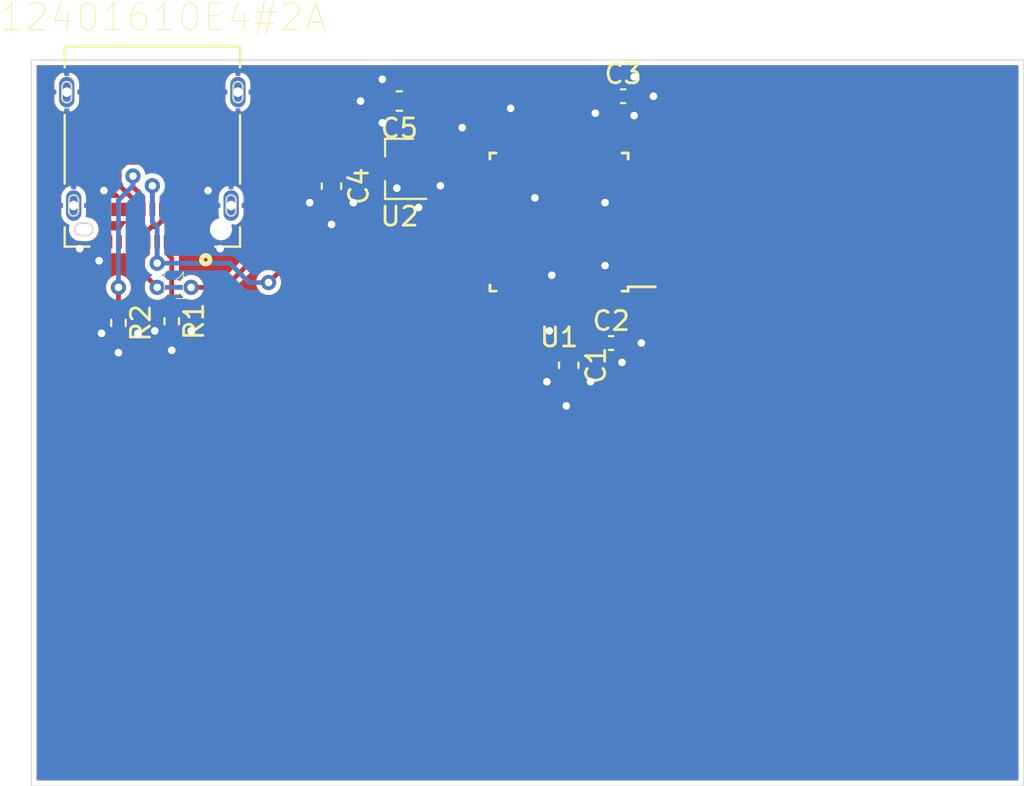
<source format=kicad_pcb>
(kicad_pcb (version 20171130) (host pcbnew "(5.1.10)-1")

  (general
    (thickness 1.6)
    (drawings 5)
    (tracks 191)
    (zones 0)
    (modules 10)
    (nets 43)
  )

  (page A4)
  (layers
    (0 F.Cu signal)
    (31 B.Cu signal)
    (32 B.Adhes user)
    (33 F.Adhes user)
    (34 B.Paste user)
    (35 F.Paste user)
    (36 B.SilkS user)
    (37 F.SilkS user)
    (38 B.Mask user)
    (39 F.Mask user)
    (40 Dwgs.User user)
    (41 Cmts.User user)
    (42 Eco1.User user)
    (43 Eco2.User user)
    (44 Edge.Cuts user)
    (45 Margin user)
    (46 B.CrtYd user)
    (47 F.CrtYd user)
    (48 B.Fab user)
    (49 F.Fab user)
  )

  (setup
    (last_trace_width 0.25)
    (trace_clearance 0.2)
    (zone_clearance 0.254)
    (zone_45_only no)
    (trace_min 0.2)
    (via_size 0.8)
    (via_drill 0.4)
    (via_min_size 0.4)
    (via_min_drill 0.3)
    (uvia_size 0.3)
    (uvia_drill 0.1)
    (uvias_allowed no)
    (uvia_min_size 0.2)
    (uvia_min_drill 0.1)
    (edge_width 0.05)
    (segment_width 0.2)
    (pcb_text_width 0.3)
    (pcb_text_size 1.5 1.5)
    (mod_edge_width 0.12)
    (mod_text_size 1 1)
    (mod_text_width 0.15)
    (pad_size 1.6 0.8)
    (pad_drill 0.5)
    (pad_to_mask_clearance 0)
    (aux_axis_origin 0 0)
    (visible_elements 7FFFFFFF)
    (pcbplotparams
      (layerselection 0x010fc_ffffffff)
      (usegerberextensions false)
      (usegerberattributes true)
      (usegerberadvancedattributes true)
      (creategerberjobfile true)
      (excludeedgelayer true)
      (linewidth 0.100000)
      (plotframeref false)
      (viasonmask false)
      (mode 1)
      (useauxorigin false)
      (hpglpennumber 1)
      (hpglpenspeed 20)
      (hpglpendiameter 15.000000)
      (psnegative false)
      (psa4output false)
      (plotreference true)
      (plotvalue true)
      (plotinvisibletext false)
      (padsonsilk false)
      (subtractmaskfromsilk false)
      (outputformat 1)
      (mirror false)
      (drillshape 1)
      (scaleselection 1)
      (outputdirectory ""))
  )

  (net 0 "")
  (net 1 "Net-(C1-Pad1)")
  (net 2 GND)
  (net 3 +3V3)
  (net 4 VBUS)
  (net 5 "Net-(J1-PadA2)")
  (net 6 "Net-(J1-PadA3)")
  (net 7 "Net-(J1-PadA5)")
  (net 8 D+)
  (net 9 D-)
  (net 10 "Net-(J1-PadA8)")
  (net 11 "Net-(J1-PadA10)")
  (net 12 "Net-(J1-PadA11)")
  (net 13 "Net-(J1-PadB2)")
  (net 14 "Net-(J1-PadB3)")
  (net 15 "Net-(J1-PadB5)")
  (net 16 "Net-(J1-PadB8)")
  (net 17 "Net-(J1-PadB10)")
  (net 18 "Net-(J1-PadB11)")
  (net 19 "Net-(U1-Pad1)")
  (net 20 "Net-(U1-Pad2)")
  (net 21 "Net-(U1-Pad3)")
  (net 22 "Net-(U1-Pad4)")
  (net 23 "Net-(U1-Pad5)")
  (net 24 "Net-(U1-Pad6)")
  (net 25 "Net-(U1-Pad7)")
  (net 26 "Net-(U1-Pad8)")
  (net 27 "Net-(U1-Pad11)")
  (net 28 "Net-(U1-Pad12)")
  (net 29 "Net-(U1-Pad13)")
  (net 30 "Net-(U1-Pad14)")
  (net 31 "Net-(U1-Pad15)")
  (net 32 "Net-(U1-Pad16)")
  (net 33 "Net-(U1-Pad17)")
  (net 34 "Net-(U1-Pad18)")
  (net 35 "Net-(U1-Pad19)")
  (net 36 "Net-(U1-Pad20)")
  (net 37 "Net-(U1-Pad21)")
  (net 38 "Net-(U1-Pad22)")
  (net 39 "Net-(U1-Pad25)")
  (net 40 "Net-(U1-Pad27)")
  (net 41 "Net-(U1-Pad31)")
  (net 42 "Net-(U1-Pad32)")

  (net_class Default "This is the default net class."
    (clearance 0.2)
    (trace_width 0.25)
    (via_dia 0.8)
    (via_drill 0.4)
    (uvia_dia 0.3)
    (uvia_drill 0.1)
    (add_net GND)
    (add_net "Net-(C1-Pad1)")
    (add_net "Net-(J1-PadA10)")
    (add_net "Net-(J1-PadA11)")
    (add_net "Net-(J1-PadA2)")
    (add_net "Net-(J1-PadA3)")
    (add_net "Net-(J1-PadA5)")
    (add_net "Net-(J1-PadA8)")
    (add_net "Net-(J1-PadB10)")
    (add_net "Net-(J1-PadB11)")
    (add_net "Net-(J1-PadB2)")
    (add_net "Net-(J1-PadB3)")
    (add_net "Net-(J1-PadB5)")
    (add_net "Net-(J1-PadB8)")
    (add_net "Net-(U1-Pad1)")
    (add_net "Net-(U1-Pad11)")
    (add_net "Net-(U1-Pad12)")
    (add_net "Net-(U1-Pad13)")
    (add_net "Net-(U1-Pad14)")
    (add_net "Net-(U1-Pad15)")
    (add_net "Net-(U1-Pad16)")
    (add_net "Net-(U1-Pad17)")
    (add_net "Net-(U1-Pad18)")
    (add_net "Net-(U1-Pad19)")
    (add_net "Net-(U1-Pad2)")
    (add_net "Net-(U1-Pad20)")
    (add_net "Net-(U1-Pad21)")
    (add_net "Net-(U1-Pad22)")
    (add_net "Net-(U1-Pad25)")
    (add_net "Net-(U1-Pad27)")
    (add_net "Net-(U1-Pad3)")
    (add_net "Net-(U1-Pad31)")
    (add_net "Net-(U1-Pad32)")
    (add_net "Net-(U1-Pad4)")
    (add_net "Net-(U1-Pad5)")
    (add_net "Net-(U1-Pad6)")
    (add_net "Net-(U1-Pad7)")
    (add_net "Net-(U1-Pad8)")
    (add_net VBUS)
  )

  (net_class +3.3V ""
    (clearance 0.2)
    (trace_width 0.508)
    (via_dia 0.8)
    (via_drill 0.4)
    (uvia_dia 0.3)
    (uvia_drill 0.1)
    (add_net +3V3)
  )

  (net_class D ""
    (clearance 0.2)
    (trace_width 0.25)
    (via_dia 0.8)
    (via_drill 0.4)
    (uvia_dia 0.3)
    (uvia_drill 0.1)
    (diff_pair_width 0.25)
    (diff_pair_gap 0.25)
    (add_net D+)
    (add_net D-)
  )

  (module Package_QFP:TQFP-32_7x7mm_P0.8mm (layer F.Cu) (tedit 5A02F146) (tstamp 60F40402)
    (at 143.256 96.139 180)
    (descr "32-Lead Plastic Thin Quad Flatpack (PT) - 7x7x1.0 mm Body, 2.00 mm [TQFP] (see Microchip Packaging Specification 00000049BS.pdf)")
    (tags "QFP 0.8")
    (path /60F38F1A)
    (attr smd)
    (fp_text reference U1 (at 0 -6.05) (layer F.SilkS)
      (effects (font (size 1 1) (thickness 0.15)))
    )
    (fp_text value ATSAMD21E18A-A (at 0 6.05) (layer F.Fab)
      (effects (font (size 1 1) (thickness 0.15)))
    )
    (fp_line (start -2.5 -3.5) (end 3.5 -3.5) (layer F.Fab) (width 0.15))
    (fp_line (start 3.5 -3.5) (end 3.5 3.5) (layer F.Fab) (width 0.15))
    (fp_line (start 3.5 3.5) (end -3.5 3.5) (layer F.Fab) (width 0.15))
    (fp_line (start -3.5 3.5) (end -3.5 -2.5) (layer F.Fab) (width 0.15))
    (fp_line (start -3.5 -2.5) (end -2.5 -3.5) (layer F.Fab) (width 0.15))
    (fp_line (start -5.3 -5.3) (end -5.3 5.3) (layer F.CrtYd) (width 0.05))
    (fp_line (start 5.3 -5.3) (end 5.3 5.3) (layer F.CrtYd) (width 0.05))
    (fp_line (start -5.3 -5.3) (end 5.3 -5.3) (layer F.CrtYd) (width 0.05))
    (fp_line (start -5.3 5.3) (end 5.3 5.3) (layer F.CrtYd) (width 0.05))
    (fp_line (start -3.625 -3.625) (end -3.625 -3.4) (layer F.SilkS) (width 0.15))
    (fp_line (start 3.625 -3.625) (end 3.625 -3.3) (layer F.SilkS) (width 0.15))
    (fp_line (start 3.625 3.625) (end 3.625 3.3) (layer F.SilkS) (width 0.15))
    (fp_line (start -3.625 3.625) (end -3.625 3.3) (layer F.SilkS) (width 0.15))
    (fp_line (start -3.625 -3.625) (end -3.3 -3.625) (layer F.SilkS) (width 0.15))
    (fp_line (start -3.625 3.625) (end -3.3 3.625) (layer F.SilkS) (width 0.15))
    (fp_line (start 3.625 3.625) (end 3.3 3.625) (layer F.SilkS) (width 0.15))
    (fp_line (start 3.625 -3.625) (end 3.3 -3.625) (layer F.SilkS) (width 0.15))
    (fp_line (start -3.625 -3.4) (end -5.05 -3.4) (layer F.SilkS) (width 0.15))
    (fp_text user %R (at 0 0) (layer F.Fab)
      (effects (font (size 1 1) (thickness 0.15)))
    )
    (pad 1 smd rect (at -4.25 -2.8 180) (size 1.6 0.55) (layers F.Cu F.Paste F.Mask)
      (net 19 "Net-(U1-Pad1)"))
    (pad 2 smd rect (at -4.25 -2 180) (size 1.6 0.55) (layers F.Cu F.Paste F.Mask)
      (net 20 "Net-(U1-Pad2)"))
    (pad 3 smd rect (at -4.25 -1.2 180) (size 1.6 0.55) (layers F.Cu F.Paste F.Mask)
      (net 21 "Net-(U1-Pad3)"))
    (pad 4 smd rect (at -4.25 -0.4 180) (size 1.6 0.55) (layers F.Cu F.Paste F.Mask)
      (net 22 "Net-(U1-Pad4)"))
    (pad 5 smd rect (at -4.25 0.4 180) (size 1.6 0.55) (layers F.Cu F.Paste F.Mask)
      (net 23 "Net-(U1-Pad5)"))
    (pad 6 smd rect (at -4.25 1.2 180) (size 1.6 0.55) (layers F.Cu F.Paste F.Mask)
      (net 24 "Net-(U1-Pad6)"))
    (pad 7 smd rect (at -4.25 2 180) (size 1.6 0.55) (layers F.Cu F.Paste F.Mask)
      (net 25 "Net-(U1-Pad7)"))
    (pad 8 smd rect (at -4.25 2.8 180) (size 1.6 0.55) (layers F.Cu F.Paste F.Mask)
      (net 26 "Net-(U1-Pad8)"))
    (pad 9 smd rect (at -2.8 4.25 270) (size 1.6 0.55) (layers F.Cu F.Paste F.Mask)
      (net 3 +3V3))
    (pad 10 smd rect (at -2 4.25 270) (size 1.6 0.55) (layers F.Cu F.Paste F.Mask)
      (net 2 GND))
    (pad 11 smd rect (at -1.2 4.25 270) (size 1.6 0.55) (layers F.Cu F.Paste F.Mask)
      (net 27 "Net-(U1-Pad11)"))
    (pad 12 smd rect (at -0.4 4.25 270) (size 1.6 0.55) (layers F.Cu F.Paste F.Mask)
      (net 28 "Net-(U1-Pad12)"))
    (pad 13 smd rect (at 0.4 4.25 270) (size 1.6 0.55) (layers F.Cu F.Paste F.Mask)
      (net 29 "Net-(U1-Pad13)"))
    (pad 14 smd rect (at 1.2 4.25 270) (size 1.6 0.55) (layers F.Cu F.Paste F.Mask)
      (net 30 "Net-(U1-Pad14)"))
    (pad 15 smd rect (at 2 4.25 270) (size 1.6 0.55) (layers F.Cu F.Paste F.Mask)
      (net 31 "Net-(U1-Pad15)"))
    (pad 16 smd rect (at 2.8 4.25 270) (size 1.6 0.55) (layers F.Cu F.Paste F.Mask)
      (net 32 "Net-(U1-Pad16)"))
    (pad 17 smd rect (at 4.25 2.8 180) (size 1.6 0.55) (layers F.Cu F.Paste F.Mask)
      (net 33 "Net-(U1-Pad17)"))
    (pad 18 smd rect (at 4.25 2 180) (size 1.6 0.55) (layers F.Cu F.Paste F.Mask)
      (net 34 "Net-(U1-Pad18)"))
    (pad 19 smd rect (at 4.25 1.2 180) (size 1.6 0.55) (layers F.Cu F.Paste F.Mask)
      (net 35 "Net-(U1-Pad19)"))
    (pad 20 smd rect (at 4.25 0.4 180) (size 1.6 0.55) (layers F.Cu F.Paste F.Mask)
      (net 36 "Net-(U1-Pad20)"))
    (pad 21 smd rect (at 4.25 -0.4 180) (size 1.6 0.55) (layers F.Cu F.Paste F.Mask)
      (net 37 "Net-(U1-Pad21)"))
    (pad 22 smd rect (at 4.25 -1.2 180) (size 1.6 0.55) (layers F.Cu F.Paste F.Mask)
      (net 38 "Net-(U1-Pad22)"))
    (pad 23 smd rect (at 4.25 -2 180) (size 1.6 0.55) (layers F.Cu F.Paste F.Mask)
      (net 9 D-))
    (pad 24 smd rect (at 4.25 -2.8 180) (size 1.6 0.55) (layers F.Cu F.Paste F.Mask)
      (net 8 D+))
    (pad 25 smd rect (at 2.8 -4.25 270) (size 1.6 0.55) (layers F.Cu F.Paste F.Mask)
      (net 39 "Net-(U1-Pad25)"))
    (pad 26 smd rect (at 2 -4.25 270) (size 1.6 0.55) (layers F.Cu F.Paste F.Mask)
      (net 3 +3V3))
    (pad 27 smd rect (at 1.2 -4.25 270) (size 1.6 0.55) (layers F.Cu F.Paste F.Mask)
      (net 40 "Net-(U1-Pad27)"))
    (pad 28 smd rect (at 0.4 -4.25 270) (size 1.6 0.55) (layers F.Cu F.Paste F.Mask)
      (net 2 GND))
    (pad 29 smd rect (at -0.4 -4.25 270) (size 1.6 0.55) (layers F.Cu F.Paste F.Mask)
      (net 1 "Net-(C1-Pad1)"))
    (pad 30 smd rect (at -1.2 -4.25 270) (size 1.6 0.55) (layers F.Cu F.Paste F.Mask)
      (net 3 +3V3))
    (pad 31 smd rect (at -2 -4.25 270) (size 1.6 0.55) (layers F.Cu F.Paste F.Mask)
      (net 41 "Net-(U1-Pad31)"))
    (pad 32 smd rect (at -2.8 -4.25 270) (size 1.6 0.55) (layers F.Cu F.Paste F.Mask)
      (net 42 "Net-(U1-Pad32)"))
    (model ${KISYS3DMOD}/Package_QFP.3dshapes/TQFP-32_7x7mm_P0.8mm.wrl
      (at (xyz 0 0 0))
      (scale (xyz 1 1 1))
      (rotate (xyz 0 0 0))
    )
  )

  (module Capacitor_SMD:C_0603_1608Metric_Pad1.08x0.95mm_HandSolder (layer F.Cu) (tedit 5F68FEEF) (tstamp 60F3F6B4)
    (at 143.764 103.6585 270)
    (descr "Capacitor SMD 0603 (1608 Metric), square (rectangular) end terminal, IPC_7351 nominal with elongated pad for handsoldering. (Body size source: IPC-SM-782 page 76, https://www.pcb-3d.com/wordpress/wp-content/uploads/ipc-sm-782a_amendment_1_and_2.pdf), generated with kicad-footprint-generator")
    (tags "capacitor handsolder")
    (path /60F40496)
    (attr smd)
    (fp_text reference C1 (at 0 -1.43 90) (layer F.SilkS)
      (effects (font (size 1 1) (thickness 0.15)))
    )
    (fp_text value 1uF (at 0 1.43 90) (layer F.Fab)
      (effects (font (size 1 1) (thickness 0.15)))
    )
    (fp_line (start -0.8 0.4) (end -0.8 -0.4) (layer F.Fab) (width 0.1))
    (fp_line (start -0.8 -0.4) (end 0.8 -0.4) (layer F.Fab) (width 0.1))
    (fp_line (start 0.8 -0.4) (end 0.8 0.4) (layer F.Fab) (width 0.1))
    (fp_line (start 0.8 0.4) (end -0.8 0.4) (layer F.Fab) (width 0.1))
    (fp_line (start -0.146267 -0.51) (end 0.146267 -0.51) (layer F.SilkS) (width 0.12))
    (fp_line (start -0.146267 0.51) (end 0.146267 0.51) (layer F.SilkS) (width 0.12))
    (fp_line (start -1.65 0.73) (end -1.65 -0.73) (layer F.CrtYd) (width 0.05))
    (fp_line (start -1.65 -0.73) (end 1.65 -0.73) (layer F.CrtYd) (width 0.05))
    (fp_line (start 1.65 -0.73) (end 1.65 0.73) (layer F.CrtYd) (width 0.05))
    (fp_line (start 1.65 0.73) (end -1.65 0.73) (layer F.CrtYd) (width 0.05))
    (fp_text user %R (at 0 0 90) (layer F.Fab)
      (effects (font (size 0.4 0.4) (thickness 0.06)))
    )
    (pad 1 smd roundrect (at -0.8625 0 270) (size 1.075 0.95) (layers F.Cu F.Paste F.Mask) (roundrect_rratio 0.25)
      (net 1 "Net-(C1-Pad1)"))
    (pad 2 smd roundrect (at 0.8625 0 270) (size 1.075 0.95) (layers F.Cu F.Paste F.Mask) (roundrect_rratio 0.25)
      (net 2 GND))
    (model ${KISYS3DMOD}/Capacitor_SMD.3dshapes/C_0603_1608Metric.wrl
      (at (xyz 0 0 0))
      (scale (xyz 1 1 1))
      (rotate (xyz 0 0 0))
    )
  )

  (module Capacitor_SMD:C_0402_1005Metric_Pad0.74x0.62mm_HandSolder (layer F.Cu) (tedit 5F6BB22C) (tstamp 60F3F6C5)
    (at 145.9905 102.489)
    (descr "Capacitor SMD 0402 (1005 Metric), square (rectangular) end terminal, IPC_7351 nominal with elongated pad for handsoldering. (Body size source: IPC-SM-782 page 76, https://www.pcb-3d.com/wordpress/wp-content/uploads/ipc-sm-782a_amendment_1_and_2.pdf), generated with kicad-footprint-generator")
    (tags "capacitor handsolder")
    (path /60F48049)
    (attr smd)
    (fp_text reference C2 (at 0 -1.16) (layer F.SilkS)
      (effects (font (size 1 1) (thickness 0.15)))
    )
    (fp_text value 0.1uF (at 0 1.16) (layer F.Fab)
      (effects (font (size 1 1) (thickness 0.15)))
    )
    (fp_line (start -0.5 0.25) (end -0.5 -0.25) (layer F.Fab) (width 0.1))
    (fp_line (start -0.5 -0.25) (end 0.5 -0.25) (layer F.Fab) (width 0.1))
    (fp_line (start 0.5 -0.25) (end 0.5 0.25) (layer F.Fab) (width 0.1))
    (fp_line (start 0.5 0.25) (end -0.5 0.25) (layer F.Fab) (width 0.1))
    (fp_line (start -0.115835 -0.36) (end 0.115835 -0.36) (layer F.SilkS) (width 0.12))
    (fp_line (start -0.115835 0.36) (end 0.115835 0.36) (layer F.SilkS) (width 0.12))
    (fp_line (start -1.08 0.46) (end -1.08 -0.46) (layer F.CrtYd) (width 0.05))
    (fp_line (start -1.08 -0.46) (end 1.08 -0.46) (layer F.CrtYd) (width 0.05))
    (fp_line (start 1.08 -0.46) (end 1.08 0.46) (layer F.CrtYd) (width 0.05))
    (fp_line (start 1.08 0.46) (end -1.08 0.46) (layer F.CrtYd) (width 0.05))
    (fp_text user %R (at 0 0) (layer F.Fab)
      (effects (font (size 0.25 0.25) (thickness 0.04)))
    )
    (pad 1 smd roundrect (at -0.5675 0) (size 0.735 0.62) (layers F.Cu F.Paste F.Mask) (roundrect_rratio 0.25)
      (net 3 +3V3))
    (pad 2 smd roundrect (at 0.5675 0) (size 0.735 0.62) (layers F.Cu F.Paste F.Mask) (roundrect_rratio 0.25)
      (net 2 GND))
    (model ${KISYS3DMOD}/Capacitor_SMD.3dshapes/C_0402_1005Metric.wrl
      (at (xyz 0 0 0))
      (scale (xyz 1 1 1))
      (rotate (xyz 0 0 0))
    )
  )

  (module Capacitor_SMD:C_0402_1005Metric_Pad0.74x0.62mm_HandSolder (layer F.Cu) (tedit 5F6BB22C) (tstamp 60F3F6D6)
    (at 146.6175 89.535)
    (descr "Capacitor SMD 0402 (1005 Metric), square (rectangular) end terminal, IPC_7351 nominal with elongated pad for handsoldering. (Body size source: IPC-SM-782 page 76, https://www.pcb-3d.com/wordpress/wp-content/uploads/ipc-sm-782a_amendment_1_and_2.pdf), generated with kicad-footprint-generator")
    (tags "capacitor handsolder")
    (path /60F4F9CA)
    (attr smd)
    (fp_text reference C3 (at 0 -1.16) (layer F.SilkS)
      (effects (font (size 1 1) (thickness 0.15)))
    )
    (fp_text value 0.1uF (at 0 1.16) (layer F.Fab)
      (effects (font (size 1 1) (thickness 0.15)))
    )
    (fp_line (start 1.08 0.46) (end -1.08 0.46) (layer F.CrtYd) (width 0.05))
    (fp_line (start 1.08 -0.46) (end 1.08 0.46) (layer F.CrtYd) (width 0.05))
    (fp_line (start -1.08 -0.46) (end 1.08 -0.46) (layer F.CrtYd) (width 0.05))
    (fp_line (start -1.08 0.46) (end -1.08 -0.46) (layer F.CrtYd) (width 0.05))
    (fp_line (start -0.115835 0.36) (end 0.115835 0.36) (layer F.SilkS) (width 0.12))
    (fp_line (start -0.115835 -0.36) (end 0.115835 -0.36) (layer F.SilkS) (width 0.12))
    (fp_line (start 0.5 0.25) (end -0.5 0.25) (layer F.Fab) (width 0.1))
    (fp_line (start 0.5 -0.25) (end 0.5 0.25) (layer F.Fab) (width 0.1))
    (fp_line (start -0.5 -0.25) (end 0.5 -0.25) (layer F.Fab) (width 0.1))
    (fp_line (start -0.5 0.25) (end -0.5 -0.25) (layer F.Fab) (width 0.1))
    (fp_text user %R (at 0 0) (layer F.Fab)
      (effects (font (size 0.25 0.25) (thickness 0.04)))
    )
    (pad 2 smd roundrect (at 0.5675 0) (size 0.735 0.62) (layers F.Cu F.Paste F.Mask) (roundrect_rratio 0.25)
      (net 2 GND))
    (pad 1 smd roundrect (at -0.5675 0) (size 0.735 0.62) (layers F.Cu F.Paste F.Mask) (roundrect_rratio 0.25)
      (net 3 +3V3))
    (model ${KISYS3DMOD}/Capacitor_SMD.3dshapes/C_0402_1005Metric.wrl
      (at (xyz 0 0 0))
      (scale (xyz 1 1 1))
      (rotate (xyz 0 0 0))
    )
  )

  (module Capacitor_SMD:C_0603_1608Metric_Pad1.08x0.95mm_HandSolder (layer F.Cu) (tedit 5F68FEEF) (tstamp 60F3F6E7)
    (at 131.318 94.2605 270)
    (descr "Capacitor SMD 0603 (1608 Metric), square (rectangular) end terminal, IPC_7351 nominal with elongated pad for handsoldering. (Body size source: IPC-SM-782 page 76, https://www.pcb-3d.com/wordpress/wp-content/uploads/ipc-sm-782a_amendment_1_and_2.pdf), generated with kicad-footprint-generator")
    (tags "capacitor handsolder")
    (path /60F6A35C)
    (attr smd)
    (fp_text reference C4 (at 0 -1.43 90) (layer F.SilkS)
      (effects (font (size 1 1) (thickness 0.15)))
    )
    (fp_text value 1uF (at 0 1.43 90) (layer F.Fab)
      (effects (font (size 1 1) (thickness 0.15)))
    )
    (fp_line (start -0.8 0.4) (end -0.8 -0.4) (layer F.Fab) (width 0.1))
    (fp_line (start -0.8 -0.4) (end 0.8 -0.4) (layer F.Fab) (width 0.1))
    (fp_line (start 0.8 -0.4) (end 0.8 0.4) (layer F.Fab) (width 0.1))
    (fp_line (start 0.8 0.4) (end -0.8 0.4) (layer F.Fab) (width 0.1))
    (fp_line (start -0.146267 -0.51) (end 0.146267 -0.51) (layer F.SilkS) (width 0.12))
    (fp_line (start -0.146267 0.51) (end 0.146267 0.51) (layer F.SilkS) (width 0.12))
    (fp_line (start -1.65 0.73) (end -1.65 -0.73) (layer F.CrtYd) (width 0.05))
    (fp_line (start -1.65 -0.73) (end 1.65 -0.73) (layer F.CrtYd) (width 0.05))
    (fp_line (start 1.65 -0.73) (end 1.65 0.73) (layer F.CrtYd) (width 0.05))
    (fp_line (start 1.65 0.73) (end -1.65 0.73) (layer F.CrtYd) (width 0.05))
    (fp_text user %R (at 0 0 90) (layer F.Fab)
      (effects (font (size 0.4 0.4) (thickness 0.06)))
    )
    (pad 1 smd roundrect (at -0.8625 0 270) (size 1.075 0.95) (layers F.Cu F.Paste F.Mask) (roundrect_rratio 0.25)
      (net 4 VBUS))
    (pad 2 smd roundrect (at 0.8625 0 270) (size 1.075 0.95) (layers F.Cu F.Paste F.Mask) (roundrect_rratio 0.25)
      (net 2 GND))
    (model ${KISYS3DMOD}/Capacitor_SMD.3dshapes/C_0603_1608Metric.wrl
      (at (xyz 0 0 0))
      (scale (xyz 1 1 1))
      (rotate (xyz 0 0 0))
    )
  )

  (module Capacitor_SMD:C_0603_1608Metric_Pad1.08x0.95mm_HandSolder (layer F.Cu) (tedit 5F68FEEF) (tstamp 60F3F6F8)
    (at 134.874 89.789 180)
    (descr "Capacitor SMD 0603 (1608 Metric), square (rectangular) end terminal, IPC_7351 nominal with elongated pad for handsoldering. (Body size source: IPC-SM-782 page 76, https://www.pcb-3d.com/wordpress/wp-content/uploads/ipc-sm-782a_amendment_1_and_2.pdf), generated with kicad-footprint-generator")
    (tags "capacitor handsolder")
    (path /60F6949A)
    (attr smd)
    (fp_text reference C5 (at 0 -1.43) (layer F.SilkS)
      (effects (font (size 1 1) (thickness 0.15)))
    )
    (fp_text value 1uF (at 0 1.43) (layer F.Fab)
      (effects (font (size 1 1) (thickness 0.15)))
    )
    (fp_line (start 1.65 0.73) (end -1.65 0.73) (layer F.CrtYd) (width 0.05))
    (fp_line (start 1.65 -0.73) (end 1.65 0.73) (layer F.CrtYd) (width 0.05))
    (fp_line (start -1.65 -0.73) (end 1.65 -0.73) (layer F.CrtYd) (width 0.05))
    (fp_line (start -1.65 0.73) (end -1.65 -0.73) (layer F.CrtYd) (width 0.05))
    (fp_line (start -0.146267 0.51) (end 0.146267 0.51) (layer F.SilkS) (width 0.12))
    (fp_line (start -0.146267 -0.51) (end 0.146267 -0.51) (layer F.SilkS) (width 0.12))
    (fp_line (start 0.8 0.4) (end -0.8 0.4) (layer F.Fab) (width 0.1))
    (fp_line (start 0.8 -0.4) (end 0.8 0.4) (layer F.Fab) (width 0.1))
    (fp_line (start -0.8 -0.4) (end 0.8 -0.4) (layer F.Fab) (width 0.1))
    (fp_line (start -0.8 0.4) (end -0.8 -0.4) (layer F.Fab) (width 0.1))
    (fp_text user %R (at 0 0) (layer F.Fab)
      (effects (font (size 0.4 0.4) (thickness 0.06)))
    )
    (pad 2 smd roundrect (at 0.8625 0 180) (size 1.075 0.95) (layers F.Cu F.Paste F.Mask) (roundrect_rratio 0.25)
      (net 2 GND))
    (pad 1 smd roundrect (at -0.8625 0 180) (size 1.075 0.95) (layers F.Cu F.Paste F.Mask) (roundrect_rratio 0.25)
      (net 3 +3V3))
    (model ${KISYS3DMOD}/Capacitor_SMD.3dshapes/C_0603_1608Metric.wrl
      (at (xyz 0 0 0))
      (scale (xyz 1 1 1))
      (rotate (xyz 0 0 0))
    )
  )

  (module 12401610E4_2A:AMPHENOL_12401610E4#2A (layer F.Cu) (tedit 60F3A2C4) (tstamp 60F409BB)
    (at 121.92 96.52 180)
    (path /60F55A02)
    (attr smd)
    (fp_text reference J1 (at -1.09437 -2.98999) (layer F.SilkS)
      (effects (font (size 1.40046 1.40046) (thickness 0.05)))
    )
    (fp_text value 12401610E4#2A (at -0.555885 11.1291) (layer F.SilkS)
      (effects (font (size 1.40228 1.40228) (thickness 0.05)))
    )
    (fp_circle (center -2.8 -1.6) (end -2.7 -1.6) (layer Eco2.User) (width 0.25))
    (fp_circle (center -2.8 -1.6) (end -2.7 -1.6) (layer F.SilkS) (width 0.25))
    (fp_line (start 4.6 -0.91) (end 3.3 -0.91) (layer F.SilkS) (width 0.127))
    (fp_line (start 4.6 -0.91) (end 4.6 0.1) (layer F.SilkS) (width 0.127))
    (fp_line (start 4.6 2.4) (end 4.6 6) (layer F.SilkS) (width 0.127))
    (fp_line (start 4.6 8.5) (end 4.6 9.59) (layer F.SilkS) (width 0.127))
    (fp_line (start -4.6 8.5) (end -4.6 9.59) (layer F.SilkS) (width 0.127))
    (fp_line (start -4.6 2.4) (end -4.6 6) (layer F.SilkS) (width 0.127))
    (fp_line (start -4.6 -0.91) (end -4.6 0.1) (layer F.SilkS) (width 0.127))
    (fp_line (start -3.3 -0.91) (end -4.6 -0.91) (layer F.SilkS) (width 0.127))
    (fp_line (start 3.45 -0.325) (end 3.75 -0.325) (layer Edge.Cuts) (width 0.1))
    (fp_line (start 3.75 0.325) (end 3.45 0.325) (layer Edge.Cuts) (width 0.1))
    (fp_line (start 4.24 7.5) (end 4.24 6.9) (layer Edge.Cuts) (width 0.1))
    (fp_line (start 4.74 6.9) (end 4.74 7.5) (layer Edge.Cuts) (width 0.1))
    (fp_line (start -4.74 7.5) (end -4.74 6.9) (layer Edge.Cuts) (width 0.1))
    (fp_line (start -4.24 6.9) (end -4.24 7.5) (layer Edge.Cuts) (width 0.1))
    (fp_line (start 3.88 1.55) (end 3.88 0.95) (layer Edge.Cuts) (width 0.1))
    (fp_line (start 4.38 0.95) (end 4.38 1.55) (layer Edge.Cuts) (width 0.1))
    (fp_line (start -4.38 1.55) (end -4.38 0.95) (layer Edge.Cuts) (width 0.1))
    (fp_line (start -3.88 0.95) (end -3.88 1.55) (layer Edge.Cuts) (width 0.1))
    (fp_line (start 5.15 -1.25) (end -5.15 -1.25) (layer Eco1.User) (width 0.05))
    (fp_line (start 5.15 9.85) (end 5.15 -1.25) (layer Eco1.User) (width 0.05))
    (fp_line (start -5.15 9.85) (end 5.15 9.85) (layer Eco1.User) (width 0.05))
    (fp_line (start -5.15 -1.25) (end -5.15 9.85) (layer Eco1.User) (width 0.05))
    (fp_line (start -4.6 9.59) (end -4.6 -0.91) (layer Eco2.User) (width 0.127))
    (fp_line (start 4.6 9.59) (end -4.6 9.59) (layer F.SilkS) (width 0.127))
    (fp_line (start 4.6 -0.91) (end 4.6 9.59) (layer Eco2.User) (width 0.127))
    (fp_line (start 4.6 9.59) (end -4.6 9.59) (layer Eco2.User) (width 0.127))
    (fp_line (start -4.6 -0.91) (end 4.6 -0.91) (layer Eco2.User) (width 0.127))
    (fp_arc (start -4.13 0.95) (end -4.13 0.7) (angle -90) (layer Edge.Cuts) (width 0.1))
    (fp_arc (start -4.13 0.95) (end -3.88 0.95) (angle -90) (layer Edge.Cuts) (width 0.1))
    (fp_arc (start -4.13 1.55) (end -4.13 1.8) (angle -90) (layer Edge.Cuts) (width 0.1))
    (fp_arc (start -4.13 1.55) (end -4.38 1.55) (angle -90) (layer Edge.Cuts) (width 0.1))
    (fp_arc (start 4.13 0.95) (end 4.13 0.7) (angle -90) (layer Edge.Cuts) (width 0.1))
    (fp_arc (start 4.13 0.95) (end 4.38 0.95) (angle -90) (layer Edge.Cuts) (width 0.1))
    (fp_arc (start 4.13 1.55) (end 4.13 1.8) (angle -90) (layer Edge.Cuts) (width 0.1))
    (fp_arc (start 4.13 1.55) (end 3.88 1.55) (angle -90) (layer Edge.Cuts) (width 0.1))
    (fp_arc (start -4.49 6.9) (end -4.49 6.65) (angle -90) (layer Edge.Cuts) (width 0.1))
    (fp_arc (start -4.49 6.9) (end -4.24 6.9) (angle -90) (layer Edge.Cuts) (width 0.1))
    (fp_arc (start -4.49 7.5) (end -4.49 7.75) (angle -90) (layer Edge.Cuts) (width 0.1))
    (fp_arc (start -4.49 7.5) (end -4.74 7.5) (angle -90) (layer Edge.Cuts) (width 0.1))
    (fp_arc (start 4.49 6.9) (end 4.49 6.65) (angle -90) (layer Edge.Cuts) (width 0.1))
    (fp_arc (start 4.49 6.9) (end 4.74 6.9) (angle -90) (layer Edge.Cuts) (width 0.1))
    (fp_arc (start 4.49 7.5) (end 4.49 7.75) (angle -90) (layer Edge.Cuts) (width 0.1))
    (fp_arc (start 4.49 7.5) (end 4.24 7.5) (angle -90) (layer Edge.Cuts) (width 0.1))
    (fp_arc (start 3.75 0) (end 3.75 0.325) (angle -180) (layer Edge.Cuts) (width 0.1))
    (fp_arc (start 3.45 0) (end 3.45 -0.325) (angle -180) (layer Edge.Cuts) (width 0.1))
    (pad A1 smd rect (at -2.75 -0.66 180) (size 0.3 0.7) (layers F.Cu F.Paste F.Mask)
      (net 2 GND))
    (pad A2 smd rect (at -2.25 -0.66 180) (size 0.3 0.7) (layers F.Cu F.Paste F.Mask)
      (net 5 "Net-(J1-PadA2)"))
    (pad A3 smd rect (at -1.75 -0.66 180) (size 0.3 0.7) (layers F.Cu F.Paste F.Mask)
      (net 6 "Net-(J1-PadA3)"))
    (pad A4 smd rect (at -1.25 -0.66 180) (size 0.3 0.7) (layers F.Cu F.Paste F.Mask)
      (net 4 VBUS))
    (pad A5 smd rect (at -0.75 -0.66 180) (size 0.3 0.7) (layers F.Cu F.Paste F.Mask)
      (net 7 "Net-(J1-PadA5)"))
    (pad A6 smd rect (at -0.25 -0.66 180) (size 0.3 0.7) (layers F.Cu F.Paste F.Mask)
      (net 8 D+))
    (pad A7 smd rect (at 0.25 -0.66 180) (size 0.3 0.7) (layers F.Cu F.Paste F.Mask)
      (net 9 D-))
    (pad A8 smd rect (at 0.75 -0.66 180) (size 0.3 0.7) (layers F.Cu F.Paste F.Mask)
      (net 10 "Net-(J1-PadA8)"))
    (pad A9 smd rect (at 1.25 -0.66 180) (size 0.3 0.7) (layers F.Cu F.Paste F.Mask)
      (net 4 VBUS))
    (pad A10 smd rect (at 1.75 -0.66 180) (size 0.3 0.7) (layers F.Cu F.Paste F.Mask)
      (net 11 "Net-(J1-PadA10)"))
    (pad A11 smd rect (at 2.25 -0.66 180) (size 0.3 0.7) (layers F.Cu F.Paste F.Mask)
      (net 12 "Net-(J1-PadA11)"))
    (pad A12 smd rect (at 2.75 -0.66 180) (size 0.3 0.7) (layers F.Cu F.Paste F.Mask)
      (net 2 GND))
    (pad B1 smd rect (at 2.5 1.04 180) (size 0.3 0.7) (layers F.Cu F.Paste F.Mask)
      (net 2 GND))
    (pad B2 smd rect (at 2 1.04 180) (size 0.3 0.7) (layers F.Cu F.Paste F.Mask)
      (net 13 "Net-(J1-PadB2)"))
    (pad B3 smd rect (at 1.5 1.04 180) (size 0.3 0.7) (layers F.Cu F.Paste F.Mask)
      (net 14 "Net-(J1-PadB3)"))
    (pad B4 smd rect (at 1 1.04 180) (size 0.3 0.7) (layers F.Cu F.Paste F.Mask)
      (net 4 VBUS))
    (pad B5 smd rect (at 0.5 1.04 180) (size 0.3 0.7) (layers F.Cu F.Paste F.Mask)
      (net 15 "Net-(J1-PadB5)"))
    (pad B6 smd rect (at 0 1.04 180) (size 0.3 0.7) (layers F.Cu F.Paste F.Mask)
      (net 8 D+))
    (pad B7 smd rect (at -0.5 1.04 180) (size 0.3 0.7) (layers F.Cu F.Paste F.Mask)
      (net 9 D-))
    (pad B8 smd rect (at -1 1.04 180) (size 0.3 0.7) (layers F.Cu F.Paste F.Mask)
      (net 16 "Net-(J1-PadB8)"))
    (pad B9 smd rect (at -1.5 1.04 180) (size 0.3 0.7) (layers F.Cu F.Paste F.Mask)
      (net 4 VBUS))
    (pad B10 smd rect (at -2 1.04 180) (size 0.3 0.7) (layers F.Cu F.Paste F.Mask)
      (net 17 "Net-(J1-PadB10)"))
    (pad B11 smd rect (at -2.5 1.04 180) (size 0.3 0.7) (layers F.Cu F.Paste F.Mask)
      (net 18 "Net-(J1-PadB11)"))
    (pad B12 smd rect (at -3 1.04 180) (size 0.3 0.7) (layers F.Cu F.Paste F.Mask)
      (net 2 GND))
    (pad Hole np_thru_hole circle (at -3.6 0 180) (size 0.65 0.65) (drill 0.65) (layers *.Cu *.Mask F.SilkS))
    (pad S1 thru_hole oval (at -4.13 1.25 270) (size 1.6 0.8) (drill 0.5) (layers *.Cu *.Mask)
      (net 2 GND))
    (pad S2 thru_hole oval (at 4.13 1.25 270) (size 1.6 0.8) (drill 0.5) (layers *.Cu *.Mask)
      (net 2 GND))
    (pad S3 thru_hole oval (at 4.49 7.2 270) (size 1.6 0.8) (drill 0.5) (layers *.Cu *.Mask)
      (net 2 GND))
    (pad S4 thru_hole oval (at -4.49 7.2 270) (size 1.6 0.8) (drill 0.5) (layers *.Cu *.Mask)
      (net 2 GND))
  )

  (module Resistor_SMD:R_0402_1005Metric_Pad0.72x0.64mm_HandSolder (layer F.Cu) (tedit 5F6BB9E0) (tstamp 60F3F759)
    (at 122.936 101.346 270)
    (descr "Resistor SMD 0402 (1005 Metric), square (rectangular) end terminal, IPC_7351 nominal with elongated pad for handsoldering. (Body size source: IPC-SM-782 page 72, https://www.pcb-3d.com/wordpress/wp-content/uploads/ipc-sm-782a_amendment_1_and_2.pdf), generated with kicad-footprint-generator")
    (tags "resistor handsolder")
    (path /60F5AD5A)
    (attr smd)
    (fp_text reference R1 (at 0 -1.17 90) (layer F.SilkS)
      (effects (font (size 1 1) (thickness 0.15)))
    )
    (fp_text value 5.1k (at 0 1.17 90) (layer F.Fab)
      (effects (font (size 1 1) (thickness 0.15)))
    )
    (fp_line (start 1.1 0.47) (end -1.1 0.47) (layer F.CrtYd) (width 0.05))
    (fp_line (start 1.1 -0.47) (end 1.1 0.47) (layer F.CrtYd) (width 0.05))
    (fp_line (start -1.1 -0.47) (end 1.1 -0.47) (layer F.CrtYd) (width 0.05))
    (fp_line (start -1.1 0.47) (end -1.1 -0.47) (layer F.CrtYd) (width 0.05))
    (fp_line (start -0.167621 0.38) (end 0.167621 0.38) (layer F.SilkS) (width 0.12))
    (fp_line (start -0.167621 -0.38) (end 0.167621 -0.38) (layer F.SilkS) (width 0.12))
    (fp_line (start 0.525 0.27) (end -0.525 0.27) (layer F.Fab) (width 0.1))
    (fp_line (start 0.525 -0.27) (end 0.525 0.27) (layer F.Fab) (width 0.1))
    (fp_line (start -0.525 -0.27) (end 0.525 -0.27) (layer F.Fab) (width 0.1))
    (fp_line (start -0.525 0.27) (end -0.525 -0.27) (layer F.Fab) (width 0.1))
    (fp_text user %R (at 0 0 90) (layer F.Fab)
      (effects (font (size 0.26 0.26) (thickness 0.04)))
    )
    (pad 2 smd roundrect (at 0.5975 0 270) (size 0.715 0.64) (layers F.Cu F.Paste F.Mask) (roundrect_rratio 0.25)
      (net 2 GND))
    (pad 1 smd roundrect (at -0.5975 0 270) (size 0.715 0.64) (layers F.Cu F.Paste F.Mask) (roundrect_rratio 0.25)
      (net 7 "Net-(J1-PadA5)"))
    (model ${KISYS3DMOD}/Resistor_SMD.3dshapes/R_0402_1005Metric.wrl
      (at (xyz 0 0 0))
      (scale (xyz 1 1 1))
      (rotate (xyz 0 0 0))
    )
  )

  (module Resistor_SMD:R_0402_1005Metric_Pad0.72x0.64mm_HandSolder (layer F.Cu) (tedit 5F6BB9E0) (tstamp 60F3F76A)
    (at 120.142 101.4355 270)
    (descr "Resistor SMD 0402 (1005 Metric), square (rectangular) end terminal, IPC_7351 nominal with elongated pad for handsoldering. (Body size source: IPC-SM-782 page 72, https://www.pcb-3d.com/wordpress/wp-content/uploads/ipc-sm-782a_amendment_1_and_2.pdf), generated with kicad-footprint-generator")
    (tags "resistor handsolder")
    (path /60F59934)
    (attr smd)
    (fp_text reference R2 (at 0 -1.17 90) (layer F.SilkS)
      (effects (font (size 1 1) (thickness 0.15)))
    )
    (fp_text value 5.1k (at 0 1.17 90) (layer F.Fab)
      (effects (font (size 1 1) (thickness 0.15)))
    )
    (fp_line (start -0.525 0.27) (end -0.525 -0.27) (layer F.Fab) (width 0.1))
    (fp_line (start -0.525 -0.27) (end 0.525 -0.27) (layer F.Fab) (width 0.1))
    (fp_line (start 0.525 -0.27) (end 0.525 0.27) (layer F.Fab) (width 0.1))
    (fp_line (start 0.525 0.27) (end -0.525 0.27) (layer F.Fab) (width 0.1))
    (fp_line (start -0.167621 -0.38) (end 0.167621 -0.38) (layer F.SilkS) (width 0.12))
    (fp_line (start -0.167621 0.38) (end 0.167621 0.38) (layer F.SilkS) (width 0.12))
    (fp_line (start -1.1 0.47) (end -1.1 -0.47) (layer F.CrtYd) (width 0.05))
    (fp_line (start -1.1 -0.47) (end 1.1 -0.47) (layer F.CrtYd) (width 0.05))
    (fp_line (start 1.1 -0.47) (end 1.1 0.47) (layer F.CrtYd) (width 0.05))
    (fp_line (start 1.1 0.47) (end -1.1 0.47) (layer F.CrtYd) (width 0.05))
    (fp_text user %R (at -3.363001 -0.969001 90) (layer F.Fab)
      (effects (font (size 0.26 0.26) (thickness 0.04)))
    )
    (pad 1 smd roundrect (at -0.5975 0 270) (size 0.715 0.64) (layers F.Cu F.Paste F.Mask) (roundrect_rratio 0.25)
      (net 15 "Net-(J1-PadB5)"))
    (pad 2 smd roundrect (at 0.5975 0 270) (size 0.715 0.64) (layers F.Cu F.Paste F.Mask) (roundrect_rratio 0.25)
      (net 2 GND))
    (model ${KISYS3DMOD}/Resistor_SMD.3dshapes/R_0402_1005Metric.wrl
      (at (xyz 0 0 0))
      (scale (xyz 1 1 1))
      (rotate (xyz 0 0 0))
    )
  )

  (module Package_TO_SOT_SMD:SOT-23 (layer F.Cu) (tedit 5A02FF57) (tstamp 60F433B9)
    (at 134.89 93.345 180)
    (descr "SOT-23, Standard")
    (tags SOT-23)
    (path /60F658CC)
    (attr smd)
    (fp_text reference U2 (at 0 -2.5) (layer F.SilkS)
      (effects (font (size 1 1) (thickness 0.15)))
    )
    (fp_text value MCP1700-3302E_SOT23 (at 0 2.5) (layer F.Fab)
      (effects (font (size 1 1) (thickness 0.15)))
    )
    (fp_line (start -0.7 -0.95) (end -0.7 1.5) (layer F.Fab) (width 0.1))
    (fp_line (start -0.15 -1.52) (end 0.7 -1.52) (layer F.Fab) (width 0.1))
    (fp_line (start -0.7 -0.95) (end -0.15 -1.52) (layer F.Fab) (width 0.1))
    (fp_line (start 0.7 -1.52) (end 0.7 1.52) (layer F.Fab) (width 0.1))
    (fp_line (start -0.7 1.52) (end 0.7 1.52) (layer F.Fab) (width 0.1))
    (fp_line (start 0.76 1.58) (end 0.76 0.65) (layer F.SilkS) (width 0.12))
    (fp_line (start 0.76 -1.58) (end 0.76 -0.65) (layer F.SilkS) (width 0.12))
    (fp_line (start -1.7 -1.75) (end 1.7 -1.75) (layer F.CrtYd) (width 0.05))
    (fp_line (start 1.7 -1.75) (end 1.7 1.75) (layer F.CrtYd) (width 0.05))
    (fp_line (start 1.7 1.75) (end -1.7 1.75) (layer F.CrtYd) (width 0.05))
    (fp_line (start -1.7 1.75) (end -1.7 -1.75) (layer F.CrtYd) (width 0.05))
    (fp_line (start 0.76 -1.58) (end -1.4 -1.58) (layer F.SilkS) (width 0.12))
    (fp_line (start 0.76 1.58) (end -0.7 1.58) (layer F.SilkS) (width 0.12))
    (fp_text user %R (at 0 0 90) (layer F.Fab)
      (effects (font (size 0.5 0.5) (thickness 0.075)))
    )
    (pad 1 smd rect (at -1 -0.95 180) (size 0.9 0.8) (layers F.Cu F.Paste F.Mask)
      (net 2 GND))
    (pad 2 smd rect (at -1 0.95 180) (size 0.9 0.8) (layers F.Cu F.Paste F.Mask)
      (net 3 +3V3))
    (pad 3 smd rect (at 1 0 180) (size 0.9 0.8) (layers F.Cu F.Paste F.Mask)
      (net 4 VBUS))
    (model ${KISYS3DMOD}/Package_TO_SOT_SMD.3dshapes/SOT-23.wrl
      (at (xyz 0 0 0))
      (scale (xyz 1 1 1))
      (rotate (xyz 0 0 0))
    )
  )

  (gr_line (start 167.64 87.63) (end 115.57 87.63) (layer Edge.Cuts) (width 0.05) (tstamp 60F40272))
  (gr_line (start 167.64 88.9) (end 167.64 87.63) (layer Edge.Cuts) (width 0.05))
  (gr_line (start 167.64 125.73) (end 167.64 88.9) (layer Edge.Cuts) (width 0.05))
  (gr_line (start 115.57 125.73) (end 167.64 125.73) (layer Edge.Cuts) (width 0.05))
  (gr_line (start 115.57 87.63) (end 115.57 125.73) (layer Edge.Cuts) (width 0.05))

  (segment (start 143.656 102.688) (end 143.764 102.796) (width 0.25) (layer F.Cu) (net 1) (tstamp 60F438C5))
  (segment (start 143.656 100.389) (end 143.656 102.688) (width 0.508) (layer F.Cu) (net 1))
  (via (at 118.11 97.536) (size 0.8) (drill 0.4) (layers F.Cu B.Cu) (net 2))
  (via (at 141.986 94.869) (size 0.8) (drill 0.4) (layers F.Cu B.Cu) (net 2))
  (via (at 142.875 98.933) (size 0.8) (drill 0.4) (layers F.Cu B.Cu) (net 2))
  (via (at 142.748 101.854) (size 0.8) (drill 0.4) (layers F.Cu B.Cu) (net 2))
  (via (at 144.907 104.521) (size 0.8) (drill 0.4) (layers F.Cu B.Cu) (net 2))
  (via (at 143.637 105.791) (size 0.8) (drill 0.4) (layers F.Cu B.Cu) (net 2))
  (via (at 142.621 104.521) (size 0.8) (drill 0.4) (layers F.Cu B.Cu) (net 2))
  (via (at 146.558 103.505) (size 0.8) (drill 0.4) (layers F.Cu B.Cu) (net 2))
  (via (at 147.574 102.489) (size 0.8) (drill 0.4) (layers F.Cu B.Cu) (net 2))
  (via (at 145.161 90.424) (size 0.8) (drill 0.4) (layers F.Cu B.Cu) (net 2))
  (via (at 148.209 89.535) (size 0.8) (drill 0.4) (layers F.Cu B.Cu) (net 2))
  (via (at 147.193 90.551) (size 0.8) (drill 0.4) (layers F.Cu B.Cu) (net 2))
  (via (at 147.193 88.519) (size 0.8) (drill 0.4) (layers F.Cu B.Cu) (net 2) (tstamp 60F43A26))
  (via (at 133.985 90.932) (size 0.8) (drill 0.4) (layers F.Cu B.Cu) (net 2))
  (via (at 132.842 89.789) (size 0.8) (drill 0.4) (layers F.Cu B.Cu) (net 2))
  (via (at 133.985 88.646) (size 0.8) (drill 0.4) (layers F.Cu B.Cu) (net 2))
  (via (at 124.841 94.488) (size 0.8) (drill 0.4) (layers F.Cu B.Cu) (net 2))
  (via (at 119.38 94.488) (size 0.8) (drill 0.4) (layers F.Cu B.Cu) (net 2))
  (via (at 119.126 98.171) (size 0.8) (drill 0.4) (layers F.Cu B.Cu) (net 2))
  (via (at 125.476 97.536) (size 0.8) (drill 0.4) (layers F.Cu B.Cu) (net 2))
  (via (at 123.952 101.854) (size 0.8) (drill 0.4) (layers F.Cu B.Cu) (net 2))
  (via (at 122.047 101.854) (size 0.8) (drill 0.4) (layers F.Cu B.Cu) (net 2))
  (via (at 121.158 101.981) (size 0.8) (drill 0.4) (layers F.Cu B.Cu) (net 2))
  (via (at 119.253 101.981) (size 0.8) (drill 0.4) (layers F.Cu B.Cu) (net 2))
  (via (at 120.142 102.997) (size 0.8) (drill 0.4) (layers F.Cu B.Cu) (net 2))
  (via (at 122.936 102.87) (size 0.8) (drill 0.4) (layers F.Cu B.Cu) (net 2))
  (via (at 135.89 95.377) (size 0.8) (drill 0.4) (layers F.Cu B.Cu) (net 2))
  (via (at 137.033 94.234) (size 0.8) (drill 0.4) (layers F.Cu B.Cu) (net 2))
  (via (at 134.747 94.361) (size 0.8) (drill 0.4) (layers F.Cu B.Cu) (net 2))
  (via (at 132.461 95.123) (size 0.8) (drill 0.4) (layers F.Cu B.Cu) (net 2))
  (via (at 131.318 96.266) (size 0.8) (drill 0.4) (layers F.Cu B.Cu) (net 2))
  (via (at 130.175 95.123) (size 0.8) (drill 0.4) (layers F.Cu B.Cu) (net 2))
  (via (at 145.669 95.123) (size 0.8) (drill 0.4) (layers F.Cu B.Cu) (net 2))
  (via (at 145.669 98.425) (size 0.8) (drill 0.4) (layers F.Cu B.Cu) (net 2))
  (via (at 140.716 90.17) (size 0.8) (drill 0.4) (layers F.Cu B.Cu) (net 2))
  (via (at 138.176 91.186) (size 0.8) (drill 0.4) (layers F.Cu B.Cu) (net 2))
  (segment (start 146.05 91.883) (end 146.056 91.889) (width 0.25) (layer F.Cu) (net 3))
  (segment (start 146.056 93.197) (end 144.526 94.727) (width 0.508) (layer F.Cu) (net 3))
  (segment (start 146.056 91.889) (end 146.056 93.197) (width 0.508) (layer F.Cu) (net 3))
  (segment (start 144.456 99.257) (end 144.456 100.389) (width 0.508) (layer F.Cu) (net 3))
  (segment (start 144.526 99.187) (end 144.456 99.257) (width 0.508) (layer F.Cu) (net 3))
  (segment (start 141.256 100.389) (end 141.256 98.139) (width 0.508) (layer F.Cu) (net 3))
  (segment (start 141.256 98.139) (end 141.986 97.409) (width 0.508) (layer F.Cu) (net 3))
  (segment (start 141.986 97.409) (end 144.526 97.409) (width 0.508) (layer F.Cu) (net 3))
  (segment (start 144.526 97.409) (end 144.526 99.187) (width 0.508) (layer F.Cu) (net 3))
  (segment (start 144.526 94.727) (end 144.526 97.409) (width 0.508) (layer F.Cu) (net 3))
  (segment (start 146.056 89.541) (end 146.05 89.535) (width 0.508) (layer F.Cu) (net 3))
  (segment (start 146.056 91.889) (end 146.056 89.541) (width 0.508) (layer F.Cu) (net 3))
  (segment (start 135.9905 89.535) (end 135.7365 89.789) (width 0.508) (layer F.Cu) (net 3))
  (segment (start 135.89 89.9425) (end 135.7365 89.789) (width 0.508) (layer F.Cu) (net 3))
  (segment (start 135.89 92.395) (end 135.89 89.9425) (width 0.508) (layer F.Cu) (net 3))
  (segment (start 144.456 101.522) (end 145.423 102.489) (width 0.508) (layer F.Cu) (net 3))
  (segment (start 144.456 100.389) (end 144.456 101.522) (width 0.508) (layer F.Cu) (net 3))
  (segment (start 135.7365 89.789) (end 135.7365 89.5615) (width 0.508) (layer F.Cu) (net 3))
  (segment (start 135.7365 89.5615) (end 136.144 89.154) (width 0.508) (layer F.Cu) (net 3))
  (segment (start 145.669 89.154) (end 146.05 89.535) (width 0.508) (layer F.Cu) (net 3))
  (segment (start 136.144 89.154) (end 145.669 89.154) (width 0.508) (layer F.Cu) (net 3))
  (segment (start 123.17 96.594998) (end 123.17 97.18) (width 0.25) (layer F.Cu) (net 4))
  (segment (start 123.42 96.344998) (end 123.17 96.594998) (width 0.25) (layer F.Cu) (net 4))
  (segment (start 123.42 95.48) (end 123.42 96.344998) (width 0.25) (layer F.Cu) (net 4))
  (segment (start 120.67 96.594998) (end 120.67 97.18) (width 0.25) (layer F.Cu) (net 4))
  (segment (start 120.92 96.344998) (end 120.67 96.594998) (width 0.25) (layer F.Cu) (net 4))
  (segment (start 120.92 95.48) (end 120.92 96.344998) (width 0.25) (layer F.Cu) (net 4))
  (segment (start 120.178999 93.377999) (end 120.555999 93.000999) (width 0.25) (layer F.Cu) (net 4))
  (segment (start 120.178999 94.202411) (end 120.178999 93.377999) (width 0.25) (layer F.Cu) (net 4))
  (segment (start 120.92 94.943412) (end 120.178999 94.202411) (width 0.25) (layer F.Cu) (net 4))
  (segment (start 120.92 95.48) (end 120.92 94.943412) (width 0.25) (layer F.Cu) (net 4))
  (segment (start 123.42 93.013998) (end 123.407001 93.000999) (width 0.25) (layer F.Cu) (net 4))
  (segment (start 123.42 95.48) (end 123.42 93.013998) (width 0.25) (layer F.Cu) (net 4))
  (segment (start 120.555999 93.000999) (end 123.407001 93.000999) (width 0.25) (layer F.Cu) (net 4))
  (segment (start 131.301999 93.381999) (end 131.318 93.398) (width 0.25) (layer F.Cu) (net 4))
  (segment (start 133.837 93.398) (end 133.89 93.345) (width 0.25) (layer F.Cu) (net 4))
  (segment (start 131.318 93.398) (end 133.837 93.398) (width 0.25) (layer F.Cu) (net 4))
  (segment (start 130.920999 93.000999) (end 131.318 93.398) (width 0.25) (layer F.Cu) (net 4))
  (segment (start 123.407001 93.000999) (end 130.920999 93.000999) (width 0.25) (layer F.Cu) (net 4))
  (segment (start 122.67 97.765002) (end 122.936 98.031002) (width 0.25) (layer F.Cu) (net 7))
  (segment (start 122.67 97.18) (end 122.67 97.765002) (width 0.25) (layer F.Cu) (net 7))
  (segment (start 122.936 98.031002) (end 122.936 99.314) (width 0.25) (layer F.Cu) (net 7))
  (segment (start 122.936 99.314) (end 122.936 100.7485) (width 0.25) (layer F.Cu) (net 7))
  (segment (start 122.174 97.184) (end 122.17 97.18) (width 0.25) (layer F.Cu) (net 8))
  (segment (start 122.174 98.298) (end 122.174 97.184) (width 0.25) (layer F.Cu) (net 8))
  (segment (start 121.92 96.139) (end 122.174 96.393) (width 0.25) (layer B.Cu) (net 8))
  (segment (start 121.92 94.234) (end 121.92 96.139) (width 0.25) (layer B.Cu) (net 8))
  (segment (start 121.92 94.742) (end 121.92 95.48) (width 0.25) (layer F.Cu) (net 8))
  (segment (start 121.92 94.234) (end 121.92 94.742) (width 0.25) (layer F.Cu) (net 8))
  (via (at 121.92 94.234) (size 0.8) (drill 0.4) (layers F.Cu B.Cu) (net 8))
  (segment (start 122.174 96.393) (end 122.174 98.298) (width 0.25) (layer B.Cu) (net 8))
  (via (at 122.174 98.298) (size 0.8) (drill 0.4) (layers F.Cu B.Cu) (net 8))
  (segment (start 122.174 98.298) (end 125.222 98.298) (width 0.25) (layer B.Cu) (net 8))
  (segment (start 125.222 98.298) (end 125.73 98.298) (width 0.25) (layer B.Cu) (net 8))
  (segment (start 125.73 98.298) (end 125.984 98.298) (width 0.25) (layer B.Cu) (net 8))
  (segment (start 127 99.314) (end 128.016 99.314) (width 0.25) (layer B.Cu) (net 8))
  (via (at 128.016 99.314) (size 0.8) (drill 0.4) (layers F.Cu B.Cu) (net 8))
  (segment (start 125.984 98.298) (end 127 99.314) (width 0.25) (layer B.Cu) (net 8))
  (segment (start 137.805999 98.939) (end 139.006 98.939) (width 0.25) (layer F.Cu) (net 8))
  (segment (start 137.655999 98.789) (end 137.805999 98.939) (width 0.25) (layer F.Cu) (net 8))
  (segment (start 135.479 98.789) (end 137.655999 98.789) (width 0.25) (layer F.Cu) (net 8))
  (segment (start 135.412243 98.796521) (end 135.479 98.789) (width 0.25) (layer F.Cu) (net 8))
  (segment (start 135.348834 98.818709) (end 135.412243 98.796521) (width 0.25) (layer F.Cu) (net 8))
  (segment (start 135.291953 98.85445) (end 135.348834 98.818709) (width 0.25) (layer F.Cu) (net 8))
  (segment (start 134.04445 98.901953) (end 134.091953 98.85445) (width 0.25) (layer F.Cu) (net 8))
  (segment (start 134.008709 98.958834) (end 134.04445 98.901953) (width 0.25) (layer F.Cu) (net 8))
  (segment (start 133.979 99.089) (end 133.986521 99.022243) (width 0.25) (layer F.Cu) (net 8))
  (segment (start 133.979 99.423155) (end 133.979 99.089) (width 0.25) (layer F.Cu) (net 8))
  (segment (start 133.913549 99.610201) (end 133.94929 99.55332) (width 0.25) (layer F.Cu) (net 8))
  (segment (start 133.866046 99.657704) (end 133.913549 99.610201) (width 0.25) (layer F.Cu) (net 8))
  (segment (start 133.809165 99.693445) (end 133.866046 99.657704) (width 0.25) (layer F.Cu) (net 8))
  (segment (start 134.54929 98.958834) (end 134.571478 99.022243) (width 0.25) (layer F.Cu) (net 8))
  (segment (start 133.679 99.723155) (end 133.745756 99.715633) (width 0.25) (layer F.Cu) (net 8))
  (segment (start 133.612243 99.715633) (end 133.679 99.723155) (width 0.25) (layer F.Cu) (net 8))
  (segment (start 133.548834 99.693445) (end 133.612243 99.715633) (width 0.25) (layer F.Cu) (net 8))
  (segment (start 133.44445 99.610201) (end 133.491953 99.657704) (width 0.25) (layer F.Cu) (net 8))
  (segment (start 133.745756 99.715633) (end 133.809165 99.693445) (width 0.25) (layer F.Cu) (net 8))
  (segment (start 134.409165 98.818709) (end 134.466046 98.85445) (width 0.25) (layer F.Cu) (net 8))
  (segment (start 128.016 99.314) (end 128.541 98.789) (width 0.25) (layer F.Cu) (net 8))
  (segment (start 133.491953 99.657704) (end 133.548834 99.693445) (width 0.25) (layer F.Cu) (net 8))
  (segment (start 128.541 98.789) (end 133.079 98.789) (width 0.25) (layer F.Cu) (net 8))
  (segment (start 133.079 98.789) (end 133.145756 98.796521) (width 0.25) (layer F.Cu) (net 8))
  (segment (start 133.971478 99.489911) (end 133.979 99.423155) (width 0.25) (layer F.Cu) (net 8))
  (segment (start 133.145756 98.796521) (end 133.209165 98.818709) (width 0.25) (layer F.Cu) (net 8))
  (segment (start 133.209165 98.818709) (end 133.266046 98.85445) (width 0.25) (layer F.Cu) (net 8))
  (segment (start 133.266046 98.85445) (end 133.313549 98.901953) (width 0.25) (layer F.Cu) (net 8))
  (segment (start 135.009165 99.693445) (end 135.066046 99.657704) (width 0.25) (layer F.Cu) (net 8))
  (segment (start 133.34929 98.958834) (end 133.371478 99.022243) (width 0.25) (layer F.Cu) (net 8))
  (segment (start 133.386521 99.489911) (end 133.408709 99.55332) (width 0.25) (layer F.Cu) (net 8))
  (segment (start 133.408709 99.55332) (end 133.44445 99.610201) (width 0.25) (layer F.Cu) (net 8))
  (segment (start 133.94929 99.55332) (end 133.971478 99.489911) (width 0.25) (layer F.Cu) (net 8))
  (segment (start 133.313549 98.901953) (end 133.34929 98.958834) (width 0.25) (layer F.Cu) (net 8))
  (segment (start 133.371478 99.022243) (end 133.379 99.089) (width 0.25) (layer F.Cu) (net 8))
  (segment (start 133.986521 99.022243) (end 134.008709 98.958834) (width 0.25) (layer F.Cu) (net 8))
  (segment (start 133.379 99.089) (end 133.379 99.423155) (width 0.25) (layer F.Cu) (net 8))
  (segment (start 133.379 99.423155) (end 133.386521 99.489911) (width 0.25) (layer F.Cu) (net 8))
  (segment (start 134.091953 98.85445) (end 134.148834 98.818709) (width 0.25) (layer F.Cu) (net 8))
  (segment (start 134.148834 98.818709) (end 134.212243 98.796521) (width 0.25) (layer F.Cu) (net 8))
  (segment (start 134.212243 98.796521) (end 134.279 98.789) (width 0.25) (layer F.Cu) (net 8))
  (segment (start 134.279 98.789) (end 134.345756 98.796521) (width 0.25) (layer F.Cu) (net 8))
  (segment (start 134.345756 98.796521) (end 134.409165 98.818709) (width 0.25) (layer F.Cu) (net 8))
  (segment (start 134.466046 98.85445) (end 134.513549 98.901953) (width 0.25) (layer F.Cu) (net 8))
  (segment (start 134.513549 98.901953) (end 134.54929 98.958834) (width 0.25) (layer F.Cu) (net 8))
  (segment (start 134.571478 99.022243) (end 134.579 99.089) (width 0.25) (layer F.Cu) (net 8))
  (segment (start 134.579 99.089) (end 134.579 99.423155) (width 0.25) (layer F.Cu) (net 8))
  (segment (start 135.113549 99.610201) (end 135.14929 99.55332) (width 0.25) (layer F.Cu) (net 8))
  (segment (start 134.579 99.423155) (end 134.586521 99.489911) (width 0.25) (layer F.Cu) (net 8))
  (segment (start 135.24445 98.901953) (end 135.291953 98.85445) (width 0.25) (layer F.Cu) (net 8))
  (segment (start 134.586521 99.489911) (end 134.608709 99.55332) (width 0.25) (layer F.Cu) (net 8))
  (segment (start 135.14929 99.55332) (end 135.171478 99.489911) (width 0.25) (layer F.Cu) (net 8))
  (segment (start 134.608709 99.55332) (end 134.64445 99.610201) (width 0.25) (layer F.Cu) (net 8))
  (segment (start 134.64445 99.610201) (end 134.691953 99.657704) (width 0.25) (layer F.Cu) (net 8))
  (segment (start 134.691953 99.657704) (end 134.748834 99.693445) (width 0.25) (layer F.Cu) (net 8))
  (segment (start 135.066046 99.657704) (end 135.113549 99.610201) (width 0.25) (layer F.Cu) (net 8))
  (segment (start 134.748834 99.693445) (end 134.812243 99.715633) (width 0.25) (layer F.Cu) (net 8))
  (segment (start 135.179 99.089) (end 135.186521 99.022243) (width 0.25) (layer F.Cu) (net 8))
  (segment (start 134.812243 99.715633) (end 134.879 99.723155) (width 0.25) (layer F.Cu) (net 8))
  (segment (start 134.945756 99.715633) (end 135.009165 99.693445) (width 0.25) (layer F.Cu) (net 8))
  (segment (start 134.879 99.723155) (end 134.945756 99.715633) (width 0.25) (layer F.Cu) (net 8))
  (segment (start 135.171478 99.489911) (end 135.179 99.423155) (width 0.25) (layer F.Cu) (net 8))
  (segment (start 135.179 99.423155) (end 135.179 99.089) (width 0.25) (layer F.Cu) (net 8))
  (segment (start 135.186521 99.022243) (end 135.208709 98.958834) (width 0.25) (layer F.Cu) (net 8))
  (segment (start 135.208709 98.958834) (end 135.24445 98.901953) (width 0.25) (layer F.Cu) (net 8))
  (segment (start 122.42 96.08) (end 122.107 96.393) (width 0.25) (layer F.Cu) (net 9))
  (segment (start 122.42 95.48) (end 122.42 96.08) (width 0.25) (layer F.Cu) (net 9))
  (segment (start 121.67 96.594998) (end 121.67 97.18) (width 0.25) (layer F.Cu) (net 9))
  (segment (start 121.871998 96.393) (end 121.67 96.594998) (width 0.25) (layer F.Cu) (net 9))
  (segment (start 122.107 96.393) (end 121.871998 96.393) (width 0.25) (layer F.Cu) (net 9))
  (segment (start 121.67 97.765002) (end 121.412 98.023002) (width 0.25) (layer F.Cu) (net 9))
  (segment (start 121.67 97.18) (end 121.67 97.765002) (width 0.25) (layer F.Cu) (net 9))
  (segment (start 121.412 98.023002) (end 121.412 98.609002) (width 0.25) (layer F.Cu) (net 9))
  (via (at 122.174 99.568) (size 0.8) (drill 0.4) (layers F.Cu B.Cu) (net 9))
  (segment (start 121.412 98.806) (end 122.174 99.568) (width 0.25) (layer F.Cu) (net 9))
  (segment (start 121.412 98.609002) (end 121.412 98.806) (width 0.25) (layer F.Cu) (net 9))
  (segment (start 122.174 99.568) (end 123.444 99.568) (width 0.25) (layer B.Cu) (net 9))
  (via (at 123.952 99.568) (size 0.8) (drill 0.4) (layers F.Cu B.Cu) (net 9))
  (segment (start 123.444 99.568) (end 123.952 99.568) (width 0.25) (layer B.Cu) (net 9))
  (segment (start 125.73 99.568) (end 123.952 99.568) (width 0.25) (layer F.Cu) (net 9))
  (segment (start 127 98.298) (end 125.73 99.568) (width 0.25) (layer F.Cu) (net 9))
  (segment (start 127.118 98.289) (end 127 98.298) (width 0.25) (layer F.Cu) (net 9))
  (segment (start 137.655999 98.289) (end 127.118 98.289) (width 0.25) (layer F.Cu) (net 9))
  (segment (start 137.805999 98.139) (end 137.655999 98.289) (width 0.25) (layer F.Cu) (net 9))
  (segment (start 139.006 98.139) (end 137.805999 98.139) (width 0.25) (layer F.Cu) (net 9))
  (via (at 120.142 99.568) (size 0.8) (drill 0.4) (layers F.Cu B.Cu) (net 15))
  (segment (start 120.142 99.568) (end 120.142 100.838) (width 0.25) (layer F.Cu) (net 15))
  (segment (start 121.42 94.807002) (end 121.42 95.48) (width 0.25) (layer F.Cu) (net 15))
  (segment (start 120.904 94.291002) (end 121.42 94.807002) (width 0.25) (layer F.Cu) (net 15))
  (segment (start 120.904 93.726) (end 120.904 94.291002) (width 0.25) (layer F.Cu) (net 15))
  (segment (start 120.142 94.996) (end 120.142 99.568) (width 0.25) (layer B.Cu) (net 15))
  (via (at 120.904 93.726) (size 0.8) (drill 0.4) (layers F.Cu B.Cu) (net 15))
  (segment (start 120.904 93.726) (end 120.65 93.726) (width 0.25) (layer B.Cu) (net 15))
  (segment (start 120.904 93.726) (end 120.904 94.234) (width 0.25) (layer B.Cu) (net 15))
  (segment (start 120.904 94.234) (end 120.142 94.996) (width 0.25) (layer B.Cu) (net 15))

  (zone (net 2) (net_name GND) (layer F.Cu) (tstamp 0) (hatch edge 0.508)
    (connect_pads (clearance 0.254))
    (min_thickness 0.1)
    (fill yes (arc_segments 32) (thermal_gap 0.254) (thermal_bridge_width 0.254))
    (polygon
      (pts
        (xy 167.64 125.73) (xy 115.57 125.73) (xy 115.57 87.63) (xy 167.64 87.63)
      )
    )
    (filled_polygon
      (pts
        (xy 167.311 88.916153) (xy 167.311001 88.916163) (xy 167.311 125.401) (xy 115.899 125.401) (xy 115.899 105.0585)
        (xy 142.983529 105.0585) (xy 142.989399 105.118094) (xy 143.006782 105.175399) (xy 143.03501 105.228211) (xy 143.072999 105.274501)
        (xy 143.119289 105.31249) (xy 143.172101 105.340718) (xy 143.229406 105.358101) (xy 143.289 105.363971) (xy 143.611 105.3625)
        (xy 143.687 105.2865) (xy 143.687 104.598) (xy 143.841 104.598) (xy 143.841 105.2865) (xy 143.917 105.3625)
        (xy 144.239 105.363971) (xy 144.298594 105.358101) (xy 144.355899 105.340718) (xy 144.408711 105.31249) (xy 144.455001 105.274501)
        (xy 144.49299 105.228211) (xy 144.521218 105.175399) (xy 144.538601 105.118094) (xy 144.544471 105.0585) (xy 144.543 104.674)
        (xy 144.467 104.598) (xy 143.841 104.598) (xy 143.687 104.598) (xy 143.061 104.598) (xy 142.985 104.674)
        (xy 142.983529 105.0585) (xy 115.899 105.0585) (xy 115.899 103.9835) (xy 142.983529 103.9835) (xy 142.985 104.368)
        (xy 143.061 104.444) (xy 143.687 104.444) (xy 143.687 103.7555) (xy 143.841 103.7555) (xy 143.841 104.444)
        (xy 144.467 104.444) (xy 144.543 104.368) (xy 144.544471 103.9835) (xy 144.538601 103.923906) (xy 144.521218 103.866601)
        (xy 144.49299 103.813789) (xy 144.455001 103.767499) (xy 144.408711 103.72951) (xy 144.355899 103.701282) (xy 144.298594 103.683899)
        (xy 144.239 103.678029) (xy 143.917 103.6795) (xy 143.841 103.7555) (xy 143.687 103.7555) (xy 143.611 103.6795)
        (xy 143.289 103.678029) (xy 143.229406 103.683899) (xy 143.172101 103.701282) (xy 143.119289 103.72951) (xy 143.072999 103.767499)
        (xy 143.03501 103.813789) (xy 143.006782 103.866601) (xy 142.989399 103.923906) (xy 142.983529 103.9835) (xy 115.899 103.9835)
        (xy 115.899 102.3905) (xy 119.516529 102.3905) (xy 119.522399 102.450094) (xy 119.539782 102.507399) (xy 119.56801 102.560211)
        (xy 119.605999 102.606501) (xy 119.652289 102.64449) (xy 119.705101 102.672718) (xy 119.762406 102.690101) (xy 119.822 102.695971)
        (xy 119.989 102.6945) (xy 120.065 102.6185) (xy 120.065 102.11) (xy 120.219 102.11) (xy 120.219 102.6185)
        (xy 120.295 102.6945) (xy 120.462 102.695971) (xy 120.521594 102.690101) (xy 120.578899 102.672718) (xy 120.631711 102.64449)
        (xy 120.678001 102.606501) (xy 120.71599 102.560211) (xy 120.744218 102.507399) (xy 120.761601 102.450094) (xy 120.767471 102.3905)
        (xy 120.766828 102.301) (xy 122.310529 102.301) (xy 122.316399 102.360594) (xy 122.333782 102.417899) (xy 122.36201 102.470711)
        (xy 122.399999 102.517001) (xy 122.446289 102.55499) (xy 122.499101 102.583218) (xy 122.556406 102.600601) (xy 122.616 102.606471)
        (xy 122.783 102.605) (xy 122.859 102.529) (xy 122.859 102.0205) (xy 123.013 102.0205) (xy 123.013 102.529)
        (xy 123.089 102.605) (xy 123.256 102.606471) (xy 123.315594 102.600601) (xy 123.372899 102.583218) (xy 123.425711 102.55499)
        (xy 123.472001 102.517001) (xy 123.50999 102.470711) (xy 123.538218 102.417899) (xy 123.555601 102.360594) (xy 123.561471 102.301)
        (xy 123.56 102.0965) (xy 123.484 102.0205) (xy 123.013 102.0205) (xy 122.859 102.0205) (xy 122.388 102.0205)
        (xy 122.312 102.0965) (xy 122.310529 102.301) (xy 120.766828 102.301) (xy 120.766 102.186) (xy 120.69 102.11)
        (xy 120.219 102.11) (xy 120.065 102.11) (xy 119.594 102.11) (xy 119.518 102.186) (xy 119.516529 102.3905)
        (xy 115.899 102.3905) (xy 115.899 99.498662) (xy 119.438 99.498662) (xy 119.438 99.637338) (xy 119.465055 99.773349)
        (xy 119.518124 99.901469) (xy 119.595168 100.016774) (xy 119.693226 100.114832) (xy 119.713 100.128045) (xy 119.713001 100.26201)
        (xy 119.652863 100.311363) (xy 119.594976 100.381899) (xy 119.551962 100.462372) (xy 119.525474 100.549691) (xy 119.51653 100.6405)
        (xy 119.51653 101.0355) (xy 119.525474 101.126309) (xy 119.551962 101.213628) (xy 119.594976 101.294101) (xy 119.652863 101.364637)
        (xy 119.694604 101.398893) (xy 119.652289 101.42151) (xy 119.605999 101.459499) (xy 119.56801 101.505789) (xy 119.539782 101.558601)
        (xy 119.522399 101.615906) (xy 119.516529 101.6755) (xy 119.518 101.88) (xy 119.594 101.956) (xy 120.065 101.956)
        (xy 120.065 101.936) (xy 120.219 101.936) (xy 120.219 101.956) (xy 120.69 101.956) (xy 120.766 101.88)
        (xy 120.767471 101.6755) (xy 120.761601 101.615906) (xy 120.744218 101.558601) (xy 120.71599 101.505789) (xy 120.678001 101.459499)
        (xy 120.631711 101.42151) (xy 120.589396 101.398893) (xy 120.631137 101.364637) (xy 120.689024 101.294101) (xy 120.732038 101.213628)
        (xy 120.758526 101.126309) (xy 120.76747 101.0355) (xy 120.76747 100.6405) (xy 120.758526 100.549691) (xy 120.732038 100.462372)
        (xy 120.689024 100.381899) (xy 120.631137 100.311363) (xy 120.571 100.26201) (xy 120.571 100.128045) (xy 120.590774 100.114832)
        (xy 120.688832 100.016774) (xy 120.765876 99.901469) (xy 120.818945 99.773349) (xy 120.846 99.637338) (xy 120.846 99.498662)
        (xy 120.818945 99.362651) (xy 120.765876 99.234531) (xy 120.688832 99.119226) (xy 120.590774 99.021168) (xy 120.475469 98.944124)
        (xy 120.347349 98.891055) (xy 120.211338 98.864) (xy 120.072662 98.864) (xy 119.936651 98.891055) (xy 119.808531 98.944124)
        (xy 119.693226 99.021168) (xy 119.595168 99.119226) (xy 119.518124 99.234531) (xy 119.465055 99.362651) (xy 119.438 99.498662)
        (xy 115.899 99.498662) (xy 115.899 97.529087) (xy 118.71453 97.529087) (xy 118.720222 97.588699) (xy 118.737434 97.646055)
        (xy 118.765504 97.698951) (xy 118.803355 97.745354) (xy 118.849531 97.783482) (xy 118.902259 97.811868) (xy 118.959511 97.829422)
        (xy 119.017 97.834) (xy 119.093 97.758) (xy 119.093 97.257) (xy 118.792 97.257) (xy 118.716 97.333)
        (xy 118.71453 97.529087) (xy 115.899 97.529087) (xy 115.899 94.793) (xy 117.086 94.793) (xy 117.086 95.193)
        (xy 117.186001 95.193) (xy 117.186 95.347) (xy 117.086 95.347) (xy 117.086 95.747) (xy 117.114549 95.882864)
        (xy 117.169055 96.010548) (xy 117.247424 96.125145) (xy 117.346644 96.222251) (xy 117.462902 96.298134) (xy 117.522773 96.319693)
        (xy 117.511159 96.359155) (xy 117.505146 96.390681) (xy 117.498697 96.422096) (xy 117.498214 96.427016) (xy 117.492465 96.490184)
        (xy 117.492689 96.522301) (xy 117.492465 96.554352) (xy 117.492947 96.559272) (xy 117.499577 96.622352) (xy 117.506036 96.653816)
        (xy 117.51204 96.685295) (xy 117.513468 96.690027) (xy 117.532224 96.75062) (xy 117.544664 96.780213) (xy 117.55668 96.809953)
        (xy 117.559 96.814317) (xy 117.589169 96.870112) (xy 117.607115 96.896717) (xy 117.624679 96.923557) (xy 117.627803 96.927388)
        (xy 117.668234 96.97626) (xy 117.691024 96.998892) (xy 117.713447 97.021789) (xy 117.71725 97.024935) (xy 117.717257 97.024942)
        (xy 117.717265 97.024947) (xy 117.76641 97.065029) (xy 117.793116 97.082772) (xy 117.819606 97.100911) (xy 117.823954 97.103262)
        (xy 117.879959 97.13304) (xy 117.909632 97.145271) (xy 117.939113 97.157906) (xy 117.943835 97.159368) (xy 118.004557 97.177701)
        (xy 118.036041 97.183935) (xy 118.067411 97.190603) (xy 118.072327 97.19112) (xy 118.135453 97.19731) (xy 118.135459 97.19731)
        (xy 118.152618 97.199) (xy 118.487382 97.199) (xy 118.504866 97.197278) (xy 118.50908 97.197278) (xy 118.513996 97.196762)
        (xy 118.577029 97.189692) (xy 118.608431 97.183017) (xy 118.639888 97.176789) (xy 118.64461 97.175328) (xy 118.70507 97.156149)
        (xy 118.734625 97.143482) (xy 118.764223 97.131282) (xy 118.768572 97.128932) (xy 118.815741 97.103) (xy 119.093 97.103)
        (xy 119.093 96.83) (xy 119.21453 96.83) (xy 119.21453 97.53) (xy 119.2204 97.589594) (xy 119.237783 97.646898)
        (xy 119.247 97.664142) (xy 119.247 97.758) (xy 119.323 97.834) (xy 119.380489 97.829422) (xy 119.419942 97.817325)
        (xy 119.460406 97.8296) (xy 119.52 97.83547) (xy 119.82 97.83547) (xy 119.879594 97.8296) (xy 119.92 97.817343)
        (xy 119.960406 97.8296) (xy 120.02 97.83547) (xy 120.32 97.83547) (xy 120.379594 97.8296) (xy 120.42 97.817343)
        (xy 120.460406 97.8296) (xy 120.52 97.83547) (xy 120.82 97.83547) (xy 120.879594 97.8296) (xy 120.92 97.817343)
        (xy 120.960406 97.8296) (xy 121.02 97.83547) (xy 121.025802 97.83547) (xy 121.013739 97.858038) (xy 120.989208 97.938904)
        (xy 120.983 98.001935) (xy 120.983 98.001944) (xy 120.980926 98.023002) (xy 120.983 98.04406) (xy 120.983001 98.587926)
        (xy 120.983 98.587935) (xy 120.983 98.784942) (xy 120.980926 98.806) (xy 120.983 98.827058) (xy 120.983 98.827068)
        (xy 120.989208 98.890099) (xy 121.013739 98.970965) (xy 121.049425 99.037729) (xy 121.053574 99.045492) (xy 121.093337 99.093942)
        (xy 121.107185 99.110816) (xy 121.123546 99.124243) (xy 121.47464 99.475337) (xy 121.47 99.498662) (xy 121.47 99.637338)
        (xy 121.497055 99.773349) (xy 121.550124 99.901469) (xy 121.627168 100.016774) (xy 121.725226 100.114832) (xy 121.840531 100.191876)
        (xy 121.968651 100.244945) (xy 122.104662 100.272) (xy 122.243338 100.272) (xy 122.379349 100.244945) (xy 122.458877 100.212003)
        (xy 122.446863 100.221863) (xy 122.388976 100.292399) (xy 122.345962 100.372872) (xy 122.319474 100.460191) (xy 122.31053 100.551)
        (xy 122.31053 100.946) (xy 122.319474 101.036809) (xy 122.345962 101.124128) (xy 122.388976 101.204601) (xy 122.446863 101.275137)
        (xy 122.488604 101.309393) (xy 122.446289 101.33201) (xy 122.399999 101.369999) (xy 122.36201 101.416289) (xy 122.333782 101.469101)
        (xy 122.316399 101.526406) (xy 122.310529 101.586) (xy 122.312 101.7905) (xy 122.388 101.8665) (xy 122.859 101.8665)
        (xy 122.859 101.8465) (xy 123.013 101.8465) (xy 123.013 101.8665) (xy 123.484 101.8665) (xy 123.56 101.7905)
        (xy 123.561471 101.586) (xy 123.555601 101.526406) (xy 123.538218 101.469101) (xy 123.50999 101.416289) (xy 123.472001 101.369999)
        (xy 123.425711 101.33201) (xy 123.383396 101.309393) (xy 123.425137 101.275137) (xy 123.483024 101.204601) (xy 123.526038 101.124128)
        (xy 123.552526 101.036809) (xy 123.56147 100.946) (xy 123.56147 100.551) (xy 123.552526 100.460191) (xy 123.526038 100.372872)
        (xy 123.483024 100.292399) (xy 123.425137 100.221863) (xy 123.365 100.17251) (xy 123.365 99.956658) (xy 123.405168 100.016774)
        (xy 123.503226 100.114832) (xy 123.618531 100.191876) (xy 123.746651 100.244945) (xy 123.882662 100.272) (xy 124.021338 100.272)
        (xy 124.157349 100.244945) (xy 124.285469 100.191876) (xy 124.400774 100.114832) (xy 124.498832 100.016774) (xy 124.512045 99.997)
        (xy 125.708942 99.997) (xy 125.73 99.999074) (xy 125.751058 99.997) (xy 125.751068 99.997) (xy 125.814099 99.990792)
        (xy 125.894965 99.966261) (xy 125.969492 99.926426) (xy 126.034816 99.872816) (xy 126.048248 99.856449) (xy 127.186697 98.718)
        (xy 127.640811 98.718) (xy 127.567226 98.767168) (xy 127.469168 98.865226) (xy 127.392124 98.980531) (xy 127.339055 99.108651)
        (xy 127.312 99.244662) (xy 127.312 99.383338) (xy 127.339055 99.519349) (xy 127.392124 99.647469) (xy 127.469168 99.762774)
        (xy 127.567226 99.860832) (xy 127.682531 99.937876) (xy 127.810651 99.990945) (xy 127.946662 100.018) (xy 128.085338 100.018)
        (xy 128.221349 99.990945) (xy 128.349469 99.937876) (xy 128.464774 99.860832) (xy 128.562832 99.762774) (xy 128.639876 99.647469)
        (xy 128.692945 99.519349) (xy 128.72 99.383338) (xy 128.72 99.244662) (xy 128.71536 99.221337) (xy 128.718698 99.218)
        (xy 132.95 99.218) (xy 132.95 99.383942) (xy 132.949451 99.386919) (xy 132.95 99.426072) (xy 132.95 99.444223)
        (xy 132.950297 99.447236) (xy 132.950339 99.450248) (xy 132.952362 99.468203) (xy 132.956208 99.507254) (xy 132.957088 99.510156)
        (xy 132.958535 99.522999) (xy 132.959679 99.550172) (xy 132.968236 99.585379) (xy 132.975803 99.620814) (xy 132.986561 99.645789)
        (xy 132.998817 99.680816) (xy 133.005978 99.707051) (xy 133.022154 99.73947) (xy 133.03742 99.77234) (xy 133.05347 99.7943)
        (xy 133.073201 99.825702) (xy 133.086024 99.849693) (xy 133.109032 99.877728) (xy 133.131207 99.906349) (xy 133.151733 99.92418)
        (xy 133.177971 99.950419) (xy 133.195805 99.970947) (xy 133.224447 99.993139) (xy 133.252461 100.016129) (xy 133.276444 100.028948)
        (xy 133.307854 100.048684) (xy 133.329814 100.064734) (xy 133.362684 100.08) (xy 133.395103 100.096176) (xy 133.421338 100.103337)
        (xy 133.456363 100.115593) (xy 133.481334 100.126349) (xy 133.516767 100.133916) (xy 133.551981 100.142475) (xy 133.579151 100.143619)
        (xy 133.616036 100.147775) (xy 133.642771 100.152704) (xy 133.679 100.152196) (xy 133.71523 100.152704) (xy 133.741968 100.147774)
        (xy 133.778849 100.143619) (xy 133.806017 100.142475) (xy 133.841229 100.133916) (xy 133.876665 100.126349) (xy 133.901636 100.115593)
        (xy 133.936661 100.103337) (xy 133.962896 100.096176) (xy 133.995315 100.08) (xy 134.028185 100.064734) (xy 134.050145 100.048684)
        (xy 134.081547 100.028953) (xy 134.105538 100.01613) (xy 134.133573 99.993122) (xy 134.162194 99.970947) (xy 134.180025 99.950421)
        (xy 134.206264 99.924183) (xy 134.226792 99.906349) (xy 134.248984 99.877707) (xy 134.271974 99.849693) (xy 134.278999 99.83655)
        (xy 134.286024 99.849693) (xy 134.309032 99.877728) (xy 134.331207 99.906349) (xy 134.351733 99.92418) (xy 134.377971 99.950419)
        (xy 134.395805 99.970947) (xy 134.424447 99.993139) (xy 134.452461 100.016129) (xy 134.476444 100.028948) (xy 134.507854 100.048684)
        (xy 134.529814 100.064734) (xy 134.562684 100.08) (xy 134.595103 100.096176) (xy 134.621338 100.103337) (xy 134.656363 100.115593)
        (xy 134.681334 100.126349) (xy 134.716767 100.133916) (xy 134.751981 100.142475) (xy 134.779151 100.143619) (xy 134.816036 100.147775)
        (xy 134.842771 100.152704) (xy 134.879 100.152196) (xy 134.91523 100.152704) (xy 134.941968 100.147774) (xy 134.978849 100.143619)
        (xy 135.006017 100.142475) (xy 135.041229 100.133916) (xy 135.076665 100.126349) (xy 135.101636 100.115593) (xy 135.136661 100.103337)
        (xy 135.162896 100.096176) (xy 135.195315 100.08) (xy 135.228185 100.064734) (xy 135.250145 100.048684) (xy 135.281547 100.028953)
        (xy 135.305538 100.01613) (xy 135.333573 99.993122) (xy 135.362194 99.970947) (xy 135.380025 99.950421) (xy 135.406264 99.924183)
        (xy 135.426792 99.906349) (xy 135.448984 99.877707) (xy 135.471974 99.849693) (xy 135.484793 99.82571) (xy 135.504529 99.7943)
        (xy 135.520579 99.77234) (xy 135.535845 99.73947) (xy 135.552021 99.707051) (xy 135.559182 99.680816) (xy 135.571436 99.645796)
        (xy 135.582194 99.620821) (xy 135.589761 99.585384) (xy 135.59832 99.550173) (xy 135.599464 99.523004) (xy 135.600911 99.510157)
        (xy 135.601792 99.507254) (xy 135.605635 99.46824) (xy 135.607661 99.450256) (xy 135.607703 99.447235) (xy 135.608 99.444223)
        (xy 135.608 99.426079) (xy 135.608549 99.386926) (xy 135.608 99.383948) (xy 135.608 99.218) (xy 137.478302 99.218)
        (xy 137.487751 99.227449) (xy 137.501183 99.243816) (xy 137.566507 99.297426) (xy 137.641034 99.337261) (xy 137.7219 99.361792)
        (xy 137.784931 99.368) (xy 137.78494 99.368) (xy 137.805998 99.370074) (xy 137.827056 99.368) (xy 137.943614 99.368)
        (xy 137.952011 99.38371) (xy 137.99 99.43) (xy 138.03629 99.467989) (xy 138.089102 99.496217) (xy 138.146406 99.5136)
        (xy 138.206 99.51947) (xy 139.806 99.51947) (xy 139.865594 99.5136) (xy 139.888282 99.506718) (xy 139.8814 99.529406)
        (xy 139.87553 99.589) (xy 139.87553 101.189) (xy 139.8814 101.248594) (xy 139.898783 101.305898) (xy 139.927011 101.35871)
        (xy 139.965 101.405) (xy 140.01129 101.442989) (xy 140.064102 101.471217) (xy 140.121406 101.4886) (xy 140.181 101.49447)
        (xy 140.731 101.49447) (xy 140.790594 101.4886) (xy 140.847898 101.471217) (xy 140.856 101.466886) (xy 140.864102 101.471217)
        (xy 140.921406 101.4886) (xy 140.981 101.49447) (xy 141.531 101.49447) (xy 141.590594 101.4886) (xy 141.647898 101.471217)
        (xy 141.656 101.466886) (xy 141.664102 101.471217) (xy 141.721406 101.4886) (xy 141.781 101.49447) (xy 142.331 101.49447)
        (xy 142.390594 101.4886) (xy 142.447898 101.471217) (xy 142.455999 101.466887) (xy 142.464101 101.471218) (xy 142.521406 101.488601)
        (xy 142.581 101.494471) (xy 142.703 101.493) (xy 142.779 101.417) (xy 142.779 100.466) (xy 142.759 100.466)
        (xy 142.759 100.312) (xy 142.779 100.312) (xy 142.779 99.361) (xy 142.703 99.285) (xy 142.581 99.283529)
        (xy 142.521406 99.289399) (xy 142.464101 99.306782) (xy 142.455999 99.311113) (xy 142.447898 99.306783) (xy 142.390594 99.2894)
        (xy 142.331 99.28353) (xy 141.814 99.28353) (xy 141.814 98.37013) (xy 142.217131 97.967) (xy 143.968 97.967)
        (xy 143.968001 98.986269) (xy 143.937982 99.042431) (xy 143.906075 99.147614) (xy 143.898 99.229598) (xy 143.898 99.229605)
        (xy 143.895302 99.257) (xy 143.897915 99.28353) (xy 143.381 99.28353) (xy 143.321406 99.2894) (xy 143.264102 99.306783)
        (xy 143.256001 99.311113) (xy 143.247899 99.306782) (xy 143.190594 99.289399) (xy 143.131 99.283529) (xy 143.009 99.285)
        (xy 142.933 99.361) (xy 142.933 100.312) (xy 142.953 100.312) (xy 142.953 100.466) (xy 142.933 100.466)
        (xy 142.933 101.417) (xy 143.009 101.493) (xy 143.098 101.494073) (xy 143.098001 102.16636) (xy 143.075037 102.194342)
        (xy 143.024861 102.288214) (xy 142.993963 102.390072) (xy 142.98353 102.496) (xy 142.98353 103.096) (xy 142.993963 103.201928)
        (xy 143.024861 103.303786) (xy 143.075037 103.397658) (xy 143.142562 103.479938) (xy 143.224842 103.547463) (xy 143.318714 103.597639)
        (xy 143.420572 103.628537) (xy 143.5265 103.63897) (xy 144.0015 103.63897) (xy 144.107428 103.628537) (xy 144.209286 103.597639)
        (xy 144.303158 103.547463) (xy 144.385438 103.479938) (xy 144.452963 103.397658) (xy 144.503139 103.303786) (xy 144.534037 103.201928)
        (xy 144.54447 103.096) (xy 144.54447 102.496) (xy 144.534037 102.390072) (xy 144.533643 102.388774) (xy 144.75003 102.605161)
        (xy 144.75003 102.644) (xy 144.758878 102.733833) (xy 144.785081 102.820214) (xy 144.827633 102.899823) (xy 144.884899 102.969601)
        (xy 144.954677 103.026867) (xy 145.034286 103.069419) (xy 145.120667 103.095622) (xy 145.2105 103.10447) (xy 145.6355 103.10447)
        (xy 145.725333 103.095622) (xy 145.811714 103.069419) (xy 145.891323 103.026867) (xy 145.946843 102.981302) (xy 145.974499 103.015001)
        (xy 146.020789 103.05299) (xy 146.073601 103.081218) (xy 146.130906 103.098601) (xy 146.1905 103.104471) (xy 146.405 103.103)
        (xy 146.481 103.027) (xy 146.481 102.566) (xy 146.635 102.566) (xy 146.635 103.027) (xy 146.711 103.103)
        (xy 146.9255 103.104471) (xy 146.985094 103.098601) (xy 147.042399 103.081218) (xy 147.095211 103.05299) (xy 147.141501 103.015001)
        (xy 147.17949 102.968711) (xy 147.207718 102.915899) (xy 147.225101 102.858594) (xy 147.230971 102.799) (xy 147.2295 102.642)
        (xy 147.1535 102.566) (xy 146.635 102.566) (xy 146.481 102.566) (xy 146.461 102.566) (xy 146.461 102.412)
        (xy 146.481 102.412) (xy 146.481 101.951) (xy 146.635 101.951) (xy 146.635 102.412) (xy 147.1535 102.412)
        (xy 147.2295 102.336) (xy 147.230971 102.179) (xy 147.225101 102.119406) (xy 147.207718 102.062101) (xy 147.17949 102.009289)
        (xy 147.141501 101.962999) (xy 147.095211 101.92501) (xy 147.042399 101.896782) (xy 146.985094 101.879399) (xy 146.9255 101.873529)
        (xy 146.711 101.875) (xy 146.635 101.951) (xy 146.481 101.951) (xy 146.405 101.875) (xy 146.1905 101.873529)
        (xy 146.130906 101.879399) (xy 146.073601 101.896782) (xy 146.020789 101.92501) (xy 145.974499 101.962999) (xy 145.946843 101.996698)
        (xy 145.891323 101.951133) (xy 145.811714 101.908581) (xy 145.725333 101.882378) (xy 145.6355 101.87353) (xy 145.596661 101.87353)
        (xy 145.2176 101.49447) (xy 145.531 101.49447) (xy 145.590594 101.4886) (xy 145.647898 101.471217) (xy 145.656 101.466886)
        (xy 145.664102 101.471217) (xy 145.721406 101.4886) (xy 145.781 101.49447) (xy 146.331 101.49447) (xy 146.390594 101.4886)
        (xy 146.447898 101.471217) (xy 146.50071 101.442989) (xy 146.547 101.405) (xy 146.584989 101.35871) (xy 146.613217 101.305898)
        (xy 146.6306 101.248594) (xy 146.63647 101.189) (xy 146.63647 99.589) (xy 146.6306 99.529406) (xy 146.623718 99.506718)
        (xy 146.646406 99.5136) (xy 146.706 99.51947) (xy 148.306 99.51947) (xy 148.365594 99.5136) (xy 148.422898 99.496217)
        (xy 148.47571 99.467989) (xy 148.522 99.43) (xy 148.559989 99.38371) (xy 148.588217 99.330898) (xy 148.6056 99.273594)
        (xy 148.61147 99.214) (xy 148.61147 98.664) (xy 148.6056 98.604406) (xy 148.588217 98.547102) (xy 148.583886 98.539)
        (xy 148.588217 98.530898) (xy 148.6056 98.473594) (xy 148.61147 98.414) (xy 148.61147 97.864) (xy 148.6056 97.804406)
        (xy 148.588217 97.747102) (xy 148.583886 97.739) (xy 148.588217 97.730898) (xy 148.6056 97.673594) (xy 148.61147 97.614)
        (xy 148.61147 97.064) (xy 148.6056 97.004406) (xy 148.588217 96.947102) (xy 148.583886 96.939) (xy 148.588217 96.930898)
        (xy 148.6056 96.873594) (xy 148.61147 96.814) (xy 148.61147 96.264) (xy 148.6056 96.204406) (xy 148.588217 96.147102)
        (xy 148.583886 96.139) (xy 148.588217 96.130898) (xy 148.6056 96.073594) (xy 148.61147 96.014) (xy 148.61147 95.464)
        (xy 148.6056 95.404406) (xy 148.588217 95.347102) (xy 148.583886 95.339) (xy 148.588217 95.330898) (xy 148.6056 95.273594)
        (xy 148.61147 95.214) (xy 148.61147 94.664) (xy 148.6056 94.604406) (xy 148.588217 94.547102) (xy 148.583886 94.539)
        (xy 148.588217 94.530898) (xy 148.6056 94.473594) (xy 148.61147 94.414) (xy 148.61147 93.864) (xy 148.6056 93.804406)
        (xy 148.588217 93.747102) (xy 148.583886 93.739) (xy 148.588217 93.730898) (xy 148.6056 93.673594) (xy 148.61147 93.614)
        (xy 148.61147 93.064) (xy 148.6056 93.004406) (xy 148.588217 92.947102) (xy 148.559989 92.89429) (xy 148.522 92.848)
        (xy 148.47571 92.810011) (xy 148.422898 92.781783) (xy 148.365594 92.7644) (xy 148.306 92.75853) (xy 146.706 92.75853)
        (xy 146.646406 92.7644) (xy 146.623718 92.771282) (xy 146.6306 92.748594) (xy 146.63647 92.689) (xy 146.63647 91.089)
        (xy 146.6306 91.029406) (xy 146.614 90.974683) (xy 146.614 90.07126) (xy 146.647789 90.09899) (xy 146.700601 90.127218)
        (xy 146.757906 90.144601) (xy 146.8175 90.150471) (xy 147.032 90.149) (xy 147.108 90.073) (xy 147.108 89.612)
        (xy 147.262 89.612) (xy 147.262 90.073) (xy 147.338 90.149) (xy 147.5525 90.150471) (xy 147.612094 90.144601)
        (xy 147.669399 90.127218) (xy 147.722211 90.09899) (xy 147.768501 90.061001) (xy 147.80649 90.014711) (xy 147.834718 89.961899)
        (xy 147.852101 89.904594) (xy 147.857971 89.845) (xy 147.8565 89.688) (xy 147.7805 89.612) (xy 147.262 89.612)
        (xy 147.108 89.612) (xy 147.088 89.612) (xy 147.088 89.458) (xy 147.108 89.458) (xy 147.108 88.997)
        (xy 147.262 88.997) (xy 147.262 89.458) (xy 147.7805 89.458) (xy 147.8565 89.382) (xy 147.857971 89.225)
        (xy 147.852101 89.165406) (xy 147.834718 89.108101) (xy 147.80649 89.055289) (xy 147.768501 89.008999) (xy 147.722211 88.97101)
        (xy 147.669399 88.942782) (xy 147.612094 88.925399) (xy 147.5525 88.919529) (xy 147.338 88.921) (xy 147.262 88.997)
        (xy 147.108 88.997) (xy 147.032 88.921) (xy 146.8175 88.919529) (xy 146.757906 88.925399) (xy 146.700601 88.942782)
        (xy 146.647789 88.97101) (xy 146.601499 89.008999) (xy 146.573843 89.042698) (xy 146.518323 88.997133) (xy 146.438714 88.954581)
        (xy 146.352333 88.928378) (xy 146.2625 88.91953) (xy 146.22366 88.91953) (xy 146.082947 88.778817) (xy 146.065474 88.757526)
        (xy 145.980508 88.687796) (xy 145.88357 88.635982) (xy 145.778387 88.604075) (xy 145.696403 88.596) (xy 145.696395 88.596)
        (xy 145.669 88.593302) (xy 145.641605 88.596) (xy 136.171394 88.596) (xy 136.143999 88.593302) (xy 136.116604 88.596)
        (xy 136.116597 88.596) (xy 136.034613 88.604075) (xy 135.92943 88.635982) (xy 135.832492 88.687796) (xy 135.747526 88.757526)
        (xy 135.730056 88.778813) (xy 135.50034 89.00853) (xy 135.4365 89.00853) (xy 135.330572 89.018963) (xy 135.228714 89.049861)
        (xy 135.134842 89.100037) (xy 135.052562 89.167562) (xy 134.985037 89.249842) (xy 134.934861 89.343714) (xy 134.903963 89.445572)
        (xy 134.89353 89.5515) (xy 134.89353 90.0265) (xy 134.903963 90.132428) (xy 134.934861 90.234286) (xy 134.985037 90.328158)
        (xy 135.052562 90.410438) (xy 135.134842 90.477963) (xy 135.228714 90.528139) (xy 135.330572 90.559037) (xy 135.332001 90.559178)
        (xy 135.332 91.710084) (xy 135.323102 91.712783) (xy 135.27029 91.741011) (xy 135.224 91.779) (xy 135.186011 91.82529)
        (xy 135.157783 91.878102) (xy 135.1404 91.935406) (xy 135.13453 91.995) (xy 135.13453 92.795) (xy 135.1404 92.854594)
        (xy 135.157783 92.911898) (xy 135.186011 92.96471) (xy 135.224 93.011) (xy 135.27029 93.048989) (xy 135.323102 93.077217)
        (xy 135.380406 93.0946) (xy 135.44 93.10047) (xy 136.34 93.10047) (xy 136.399594 93.0946) (xy 136.456898 93.077217)
        (xy 136.50971 93.048989) (xy 136.556 93.011) (xy 136.593989 92.96471) (xy 136.622217 92.911898) (xy 136.6396 92.854594)
        (xy 136.64547 92.795) (xy 136.64547 91.995) (xy 136.6396 91.935406) (xy 136.622217 91.878102) (xy 136.593989 91.82529)
        (xy 136.556 91.779) (xy 136.50971 91.741011) (xy 136.456898 91.712783) (xy 136.448 91.710084) (xy 136.448 90.376853)
        (xy 136.487963 90.328158) (xy 136.538139 90.234286) (xy 136.569037 90.132428) (xy 136.57947 90.0265) (xy 136.57947 89.712)
        (xy 145.379197 89.712) (xy 145.385878 89.779833) (xy 145.412081 89.866214) (xy 145.454633 89.945823) (xy 145.498001 89.998666)
        (xy 145.498 90.783927) (xy 145.409 90.785) (xy 145.333 90.861) (xy 145.333 91.812) (xy 145.353 91.812)
        (xy 145.353 91.966) (xy 145.333 91.966) (xy 145.333 92.917) (xy 145.409 92.993) (xy 145.470132 92.993737)
        (xy 144.150818 94.313052) (xy 144.129526 94.330526) (xy 144.059796 94.415492) (xy 144.007982 94.512431) (xy 143.976075 94.617614)
        (xy 143.968 94.699598) (xy 143.968 94.699605) (xy 143.965302 94.727) (xy 143.968 94.754395) (xy 143.968001 96.851)
        (xy 142.013395 96.851) (xy 141.986 96.848302) (xy 141.958605 96.851) (xy 141.958597 96.851) (xy 141.876613 96.859075)
        (xy 141.771429 96.890982) (xy 141.678773 96.940508) (xy 141.674492 96.942796) (xy 141.589526 97.012526) (xy 141.572057 97.033812)
        (xy 140.880813 97.725057) (xy 140.859527 97.742526) (xy 140.789797 97.827492) (xy 140.768151 97.867989) (xy 140.737983 97.92443)
        (xy 140.706075 98.029614) (xy 140.695302 98.139) (xy 140.698001 98.166405) (xy 140.698 99.28353) (xy 140.181 99.28353)
        (xy 140.121406 99.2894) (xy 140.098718 99.296282) (xy 140.1056 99.273594) (xy 140.11147 99.214) (xy 140.11147 98.664)
        (xy 140.1056 98.604406) (xy 140.088217 98.547102) (xy 140.083886 98.539) (xy 140.088217 98.530898) (xy 140.1056 98.473594)
        (xy 140.11147 98.414) (xy 140.11147 97.864) (xy 140.1056 97.804406) (xy 140.088217 97.747102) (xy 140.083886 97.739)
        (xy 140.088217 97.730898) (xy 140.1056 97.673594) (xy 140.11147 97.614) (xy 140.11147 97.064) (xy 140.1056 97.004406)
        (xy 140.088217 96.947102) (xy 140.083886 96.939) (xy 140.088217 96.930898) (xy 140.1056 96.873594) (xy 140.11147 96.814)
        (xy 140.11147 96.264) (xy 140.1056 96.204406) (xy 140.088217 96.147102) (xy 140.083886 96.139) (xy 140.088217 96.130898)
        (xy 140.1056 96.073594) (xy 140.11147 96.014) (xy 140.11147 95.464) (xy 140.1056 95.404406) (xy 140.088217 95.347102)
        (xy 140.083886 95.339) (xy 140.088217 95.330898) (xy 140.1056 95.273594) (xy 140.11147 95.214) (xy 140.11147 94.664)
        (xy 140.1056 94.604406) (xy 140.088217 94.547102) (xy 140.083886 94.539) (xy 140.088217 94.530898) (xy 140.1056 94.473594)
        (xy 140.11147 94.414) (xy 140.11147 93.864) (xy 140.1056 93.804406) (xy 140.088217 93.747102) (xy 140.083886 93.739)
        (xy 140.088217 93.730898) (xy 140.1056 93.673594) (xy 140.11147 93.614) (xy 140.11147 93.064) (xy 140.1056 93.004406)
        (xy 140.098718 92.981718) (xy 140.121406 92.9886) (xy 140.181 92.99447) (xy 140.731 92.99447) (xy 140.790594 92.9886)
        (xy 140.847898 92.971217) (xy 140.856 92.966886) (xy 140.864102 92.971217) (xy 140.921406 92.9886) (xy 140.981 92.99447)
        (xy 141.531 92.99447) (xy 141.590594 92.9886) (xy 141.647898 92.971217) (xy 141.656 92.966886) (xy 141.664102 92.971217)
        (xy 141.721406 92.9886) (xy 141.781 92.99447) (xy 142.331 92.99447) (xy 142.390594 92.9886) (xy 142.447898 92.971217)
        (xy 142.456 92.966886) (xy 142.464102 92.971217) (xy 142.521406 92.9886) (xy 142.581 92.99447) (xy 143.131 92.99447)
        (xy 143.190594 92.9886) (xy 143.247898 92.971217) (xy 143.256 92.966886) (xy 143.264102 92.971217) (xy 143.321406 92.9886)
        (xy 143.381 92.99447) (xy 143.931 92.99447) (xy 143.990594 92.9886) (xy 144.047898 92.971217) (xy 144.056 92.966886)
        (xy 144.064102 92.971217) (xy 144.121406 92.9886) (xy 144.181 92.99447) (xy 144.731 92.99447) (xy 144.790594 92.9886)
        (xy 144.847898 92.971217) (xy 144.855999 92.966887) (xy 144.864101 92.971218) (xy 144.921406 92.988601) (xy 144.981 92.994471)
        (xy 145.103 92.993) (xy 145.179 92.917) (xy 145.179 91.966) (xy 145.159 91.966) (xy 145.159 91.812)
        (xy 145.179 91.812) (xy 145.179 90.861) (xy 145.103 90.785) (xy 144.981 90.783529) (xy 144.921406 90.789399)
        (xy 144.864101 90.806782) (xy 144.855999 90.811113) (xy 144.847898 90.806783) (xy 144.790594 90.7894) (xy 144.731 90.78353)
        (xy 144.181 90.78353) (xy 144.121406 90.7894) (xy 144.064102 90.806783) (xy 144.056 90.811114) (xy 144.047898 90.806783)
        (xy 143.990594 90.7894) (xy 143.931 90.78353) (xy 143.381 90.78353) (xy 143.321406 90.7894) (xy 143.264102 90.806783)
        (xy 143.256 90.811114) (xy 143.247898 90.806783) (xy 143.190594 90.7894) (xy 143.131 90.78353) (xy 142.581 90.78353)
        (xy 142.521406 90.7894) (xy 142.464102 90.806783) (xy 142.456 90.811114) (xy 142.447898 90.806783) (xy 142.390594 90.7894)
        (xy 142.331 90.78353) (xy 141.781 90.78353) (xy 141.721406 90.7894) (xy 141.664102 90.806783) (xy 141.656 90.811114)
        (xy 141.647898 90.806783) (xy 141.590594 90.7894) (xy 141.531 90.78353) (xy 140.981 90.78353) (xy 140.921406 90.7894)
        (xy 140.864102 90.806783) (xy 140.856 90.811114) (xy 140.847898 90.806783) (xy 140.790594 90.7894) (xy 140.731 90.78353)
        (xy 140.181 90.78353) (xy 140.121406 90.7894) (xy 140.064102 90.806783) (xy 140.01129 90.835011) (xy 139.965 90.873)
        (xy 139.927011 90.91929) (xy 139.898783 90.972102) (xy 139.8814 91.029406) (xy 139.87553 91.089) (xy 139.87553 92.689)
        (xy 139.8814 92.748594) (xy 139.888282 92.771282) (xy 139.865594 92.7644) (xy 139.806 92.75853) (xy 138.206 92.75853)
        (xy 138.146406 92.7644) (xy 138.089102 92.781783) (xy 138.03629 92.810011) (xy 137.99 92.848) (xy 137.952011 92.89429)
        (xy 137.923783 92.947102) (xy 137.9064 93.004406) (xy 137.90053 93.064) (xy 137.90053 93.614) (xy 137.9064 93.673594)
        (xy 137.923783 93.730898) (xy 137.928114 93.739) (xy 137.923783 93.747102) (xy 137.9064 93.804406) (xy 137.90053 93.864)
        (xy 137.90053 94.414) (xy 137.9064 94.473594) (xy 137.923783 94.530898) (xy 137.928114 94.539) (xy 137.923783 94.547102)
        (xy 137.9064 94.604406) (xy 137.90053 94.664) (xy 137.90053 95.214) (xy 137.9064 95.273594) (xy 137.923783 95.330898)
        (xy 137.928114 95.339) (xy 137.923783 95.347102) (xy 137.9064 95.404406) (xy 137.90053 95.464) (xy 137.90053 96.014)
        (xy 137.9064 96.073594) (xy 137.923783 96.130898) (xy 137.928114 96.139) (xy 137.923783 96.147102) (xy 137.9064 96.204406)
        (xy 137.90053 96.264) (xy 137.90053 96.814) (xy 137.9064 96.873594) (xy 137.923783 96.930898) (xy 137.928114 96.939)
        (xy 137.923783 96.947102) (xy 137.9064 97.004406) (xy 137.90053 97.064) (xy 137.90053 97.614) (xy 137.9064 97.673594)
        (xy 137.917444 97.71) (xy 137.827056 97.71) (xy 137.805998 97.707926) (xy 137.78494 97.71) (xy 137.784931 97.71)
        (xy 137.7219 97.716208) (xy 137.641034 97.740739) (xy 137.566507 97.780574) (xy 137.501183 97.834184) (xy 137.487751 97.850551)
        (xy 137.478302 97.86) (xy 127.122665 97.86) (xy 127.106381 97.859641) (xy 127.101674 97.86) (xy 127.096932 97.86)
        (xy 127.080657 97.861603) (xy 127.004741 97.867393) (xy 126.999999 97.866926) (xy 126.962711 97.870599) (xy 126.946368 97.871845)
        (xy 126.941688 97.872669) (xy 126.9159 97.875209) (xy 126.900175 97.879979) (xy 126.883992 97.882829) (xy 126.859838 97.892216)
        (xy 126.835034 97.89974) (xy 126.820538 97.907488) (xy 126.805225 97.913439) (xy 126.783372 97.927354) (xy 126.760507 97.939575)
        (xy 126.7478 97.950003) (xy 126.733944 97.958826) (xy 126.715224 97.976738) (xy 126.711548 97.979755) (xy 126.699951 97.991352)
        (xy 126.672886 98.017249) (xy 126.670153 98.02115) (xy 125.552303 99.139) (xy 124.512045 99.139) (xy 124.498832 99.119226)
        (xy 124.400774 99.021168) (xy 124.285469 98.944124) (xy 124.157349 98.891055) (xy 124.021338 98.864) (xy 123.882662 98.864)
        (xy 123.746651 98.891055) (xy 123.618531 98.944124) (xy 123.503226 99.021168) (xy 123.405168 99.119226) (xy 123.365 99.179342)
        (xy 123.365 98.05207) (xy 123.367075 98.031002) (xy 123.358792 97.946903) (xy 123.334261 97.866036) (xy 123.317923 97.83547)
        (xy 123.32 97.83547) (xy 123.379594 97.8296) (xy 123.42 97.817343) (xy 123.460406 97.8296) (xy 123.52 97.83547)
        (xy 123.82 97.83547) (xy 123.879594 97.8296) (xy 123.92 97.817343) (xy 123.960406 97.8296) (xy 124.02 97.83547)
        (xy 124.32 97.83547) (xy 124.379594 97.8296) (xy 124.420058 97.817325) (xy 124.459511 97.829422) (xy 124.517 97.834)
        (xy 124.593 97.758) (xy 124.593 97.664142) (xy 124.602217 97.646898) (xy 124.6196 97.589594) (xy 124.62547 97.53)
        (xy 124.62547 97.257) (xy 124.747 97.257) (xy 124.747 97.758) (xy 124.823 97.834) (xy 124.880489 97.829422)
        (xy 124.937741 97.811868) (xy 124.990469 97.783482) (xy 125.036645 97.745354) (xy 125.074496 97.698951) (xy 125.102566 97.646055)
        (xy 125.119778 97.588699) (xy 125.12547 97.529087) (xy 125.124 97.333) (xy 125.048 97.257) (xy 124.747 97.257)
        (xy 124.62547 97.257) (xy 124.62547 96.83) (xy 124.6196 96.770406) (xy 124.602217 96.713102) (xy 124.593 96.695858)
        (xy 124.593 96.602) (xy 124.747 96.602) (xy 124.747 97.103) (xy 125.048 97.103) (xy 125.124 97.027)
        (xy 125.124113 97.011968) (xy 125.222057 97.077412) (xy 125.336528 97.124827) (xy 125.458049 97.149) (xy 125.581951 97.149)
        (xy 125.703472 97.124827) (xy 125.817943 97.077412) (xy 125.920964 97.008576) (xy 126.008576 96.920964) (xy 126.077412 96.817943)
        (xy 126.124827 96.703472) (xy 126.149 96.581951) (xy 126.149 96.458049) (xy 126.127002 96.347462) (xy 126.127002 96.293263)
        (xy 126.235521 96.349115) (xy 126.377098 96.298134) (xy 126.493356 96.222251) (xy 126.592576 96.125145) (xy 126.670945 96.010548)
        (xy 126.725451 95.882864) (xy 126.754 95.747) (xy 126.754 95.6605) (xy 130.537529 95.6605) (xy 130.543399 95.720094)
        (xy 130.560782 95.777399) (xy 130.58901 95.830211) (xy 130.626999 95.876501) (xy 130.673289 95.91449) (xy 130.726101 95.942718)
        (xy 130.783406 95.960101) (xy 130.843 95.965971) (xy 131.165 95.9645) (xy 131.241 95.8885) (xy 131.241 95.2)
        (xy 131.395 95.2) (xy 131.395 95.8885) (xy 131.471 95.9645) (xy 131.793 95.965971) (xy 131.852594 95.960101)
        (xy 131.909899 95.942718) (xy 131.962711 95.91449) (xy 132.009001 95.876501) (xy 132.04699 95.830211) (xy 132.075218 95.777399)
        (xy 132.092601 95.720094) (xy 132.098471 95.6605) (xy 132.097 95.276) (xy 132.021 95.2) (xy 131.395 95.2)
        (xy 131.241 95.2) (xy 130.615 95.2) (xy 130.539 95.276) (xy 130.537529 95.6605) (xy 126.754 95.6605)
        (xy 126.754 95.347) (xy 126.654 95.347) (xy 126.654 95.193) (xy 126.754 95.193) (xy 126.754 94.793)
        (xy 126.725451 94.657136) (xy 126.694871 94.5855) (xy 130.537529 94.5855) (xy 130.539 94.97) (xy 130.615 95.046)
        (xy 131.241 95.046) (xy 131.241 94.3575) (xy 131.395 94.3575) (xy 131.395 95.046) (xy 132.021 95.046)
        (xy 132.097 94.97) (xy 132.098052 94.695) (xy 135.134529 94.695) (xy 135.140399 94.754594) (xy 135.157782 94.811899)
        (xy 135.18601 94.864711) (xy 135.223999 94.911001) (xy 135.270289 94.94899) (xy 135.323101 94.977218) (xy 135.380406 94.994601)
        (xy 135.44 95.000471) (xy 135.737 94.999) (xy 135.813 94.923) (xy 135.813 94.372) (xy 135.967 94.372)
        (xy 135.967 94.923) (xy 136.043 94.999) (xy 136.34 95.000471) (xy 136.399594 94.994601) (xy 136.456899 94.977218)
        (xy 136.509711 94.94899) (xy 136.556001 94.911001) (xy 136.59399 94.864711) (xy 136.622218 94.811899) (xy 136.639601 94.754594)
        (xy 136.645471 94.695) (xy 136.644 94.448) (xy 136.568 94.372) (xy 135.967 94.372) (xy 135.813 94.372)
        (xy 135.212 94.372) (xy 135.136 94.448) (xy 135.134529 94.695) (xy 132.098052 94.695) (xy 132.098471 94.5855)
        (xy 132.092601 94.525906) (xy 132.075218 94.468601) (xy 132.04699 94.415789) (xy 132.009001 94.369499) (xy 131.962711 94.33151)
        (xy 131.909899 94.303282) (xy 131.852594 94.285899) (xy 131.793 94.280029) (xy 131.471 94.2815) (xy 131.395 94.3575)
        (xy 131.241 94.3575) (xy 131.165 94.2815) (xy 130.843 94.280029) (xy 130.783406 94.285899) (xy 130.726101 94.303282)
        (xy 130.673289 94.33151) (xy 130.626999 94.369499) (xy 130.58901 94.415789) (xy 130.560782 94.468601) (xy 130.543399 94.525906)
        (xy 130.537529 94.5855) (xy 126.694871 94.5855) (xy 126.670945 94.529452) (xy 126.592576 94.414855) (xy 126.493356 94.317749)
        (xy 126.377098 94.241866) (xy 126.235521 94.190885) (xy 126.127 94.246738) (xy 126.127 94.371852) (xy 126.084543 94.367689)
        (xy 126.069084 94.367689) (xy 126.053726 94.36602) (xy 126.048783 94.366002) (xy 126.047038 94.366008) (xy 126.03164 94.367571)
        (xy 126.016172 94.367463) (xy 126.011252 94.367945) (xy 125.973 94.371965) (xy 125.973 94.246738) (xy 125.864479 94.190885)
        (xy 125.722902 94.241866) (xy 125.606644 94.317749) (xy 125.507424 94.414855) (xy 125.429055 94.529452) (xy 125.374549 94.657136)
        (xy 125.346 94.793) (xy 125.346 95.001572) (xy 125.324496 94.961049) (xy 125.286645 94.914646) (xy 125.240469 94.876518)
        (xy 125.187741 94.848132) (xy 125.130489 94.830578) (xy 125.073 94.826) (xy 124.997 94.902) (xy 124.997 95.403)
        (xy 125.017 95.403) (xy 125.017 95.557) (xy 124.997 95.557) (xy 124.997 96.058) (xy 125.04473 96.10573)
        (xy 125.031424 96.119036) (xy 124.962588 96.222057) (xy 124.915173 96.336528) (xy 124.891 96.458049) (xy 124.891 96.533801)
        (xy 124.880489 96.530578) (xy 124.823 96.526) (xy 124.747 96.602) (xy 124.593 96.602) (xy 124.517 96.526)
        (xy 124.459511 96.530578) (xy 124.420058 96.542675) (xy 124.379594 96.5304) (xy 124.32 96.52453) (xy 124.02 96.52453)
        (xy 123.960406 96.5304) (xy 123.92 96.542657) (xy 123.879594 96.5304) (xy 123.82 96.52453) (xy 123.810475 96.52453)
        (xy 123.818261 96.509963) (xy 123.842792 96.429097) (xy 123.849 96.366066) (xy 123.849 96.366057) (xy 123.851074 96.344999)
        (xy 123.849 96.323941) (xy 123.849 96.13547) (xy 124.07 96.13547) (xy 124.129594 96.1296) (xy 124.17 96.117343)
        (xy 124.210406 96.1296) (xy 124.27 96.13547) (xy 124.57 96.13547) (xy 124.629594 96.1296) (xy 124.670058 96.117325)
        (xy 124.709511 96.129422) (xy 124.767 96.134) (xy 124.843 96.058) (xy 124.843 95.964142) (xy 124.852217 95.946898)
        (xy 124.8696 95.889594) (xy 124.87547 95.83) (xy 124.87547 95.13) (xy 124.8696 95.070406) (xy 124.852217 95.013102)
        (xy 124.843 94.995858) (xy 124.843 94.902) (xy 124.767 94.826) (xy 124.709511 94.830578) (xy 124.670058 94.842675)
        (xy 124.629594 94.8304) (xy 124.57 94.82453) (xy 124.27 94.82453) (xy 124.210406 94.8304) (xy 124.17 94.842657)
        (xy 124.129594 94.8304) (xy 124.07 94.82453) (xy 123.849 94.82453) (xy 123.849 93.429999) (xy 130.53753 93.429999)
        (xy 130.53753 93.698) (xy 130.547963 93.803928) (xy 130.578861 93.905786) (xy 130.629037 93.999658) (xy 130.696562 94.081938)
        (xy 130.778842 94.149463) (xy 130.872714 94.199639) (xy 130.974572 94.230537) (xy 131.0805 94.24097) (xy 131.5555 94.24097)
        (xy 131.661428 94.230537) (xy 131.763286 94.199639) (xy 131.857158 94.149463) (xy 131.939438 94.081938) (xy 132.006963 93.999658)
        (xy 132.057139 93.905786) (xy 132.081038 93.827) (xy 133.147197 93.827) (xy 133.157783 93.861898) (xy 133.186011 93.91471)
        (xy 133.224 93.961) (xy 133.27029 93.998989) (xy 133.323102 94.027217) (xy 133.380406 94.0446) (xy 133.44 94.05047)
        (xy 134.34 94.05047) (xy 134.399594 94.0446) (xy 134.456898 94.027217) (xy 134.50971 93.998989) (xy 134.556 93.961)
        (xy 134.593989 93.91471) (xy 134.604523 93.895) (xy 135.134529 93.895) (xy 135.136 94.142) (xy 135.212 94.218)
        (xy 135.813 94.218) (xy 135.813 93.667) (xy 135.967 93.667) (xy 135.967 94.218) (xy 136.568 94.218)
        (xy 136.644 94.142) (xy 136.645471 93.895) (xy 136.639601 93.835406) (xy 136.622218 93.778101) (xy 136.59399 93.725289)
        (xy 136.556001 93.678999) (xy 136.509711 93.64101) (xy 136.456899 93.612782) (xy 136.399594 93.595399) (xy 136.34 93.589529)
        (xy 136.043 93.591) (xy 135.967 93.667) (xy 135.813 93.667) (xy 135.737 93.591) (xy 135.44 93.589529)
        (xy 135.380406 93.595399) (xy 135.323101 93.612782) (xy 135.270289 93.64101) (xy 135.223999 93.678999) (xy 135.18601 93.725289)
        (xy 135.157782 93.778101) (xy 135.140399 93.835406) (xy 135.134529 93.895) (xy 134.604523 93.895) (xy 134.622217 93.861898)
        (xy 134.6396 93.804594) (xy 134.64547 93.745) (xy 134.64547 92.945) (xy 134.6396 92.885406) (xy 134.622217 92.828102)
        (xy 134.593989 92.77529) (xy 134.556 92.729) (xy 134.50971 92.691011) (xy 134.456898 92.662783) (xy 134.399594 92.6454)
        (xy 134.34 92.63953) (xy 133.44 92.63953) (xy 133.380406 92.6454) (xy 133.323102 92.662783) (xy 133.27029 92.691011)
        (xy 133.224 92.729) (xy 133.186011 92.77529) (xy 133.157783 92.828102) (xy 133.1404 92.885406) (xy 133.13453 92.945)
        (xy 133.13453 92.969) (xy 132.081038 92.969) (xy 132.057139 92.890214) (xy 132.006963 92.796342) (xy 131.939438 92.714062)
        (xy 131.857158 92.646537) (xy 131.763286 92.596361) (xy 131.661428 92.565463) (xy 131.5555 92.55503) (xy 131.0805 92.55503)
        (xy 130.974572 92.565463) (xy 130.95034 92.572814) (xy 130.942067 92.571999) (xy 130.942057 92.571999) (xy 130.920999 92.569925)
        (xy 130.899941 92.571999) (xy 123.428059 92.571999) (xy 123.407001 92.569925) (xy 123.385943 92.571999) (xy 120.577067 92.571999)
        (xy 120.555999 92.569924) (xy 120.4719 92.578207) (xy 120.391034 92.602738) (xy 120.316507 92.642573) (xy 120.267547 92.682753)
        (xy 120.267545 92.682755) (xy 120.251183 92.696183) (xy 120.237755 92.712545) (xy 119.890545 93.059756) (xy 119.874184 93.073183)
        (xy 119.860756 93.089545) (xy 119.860753 93.089548) (xy 119.820573 93.138507) (xy 119.780739 93.213034) (xy 119.756208 93.2939)
        (xy 119.747925 93.377999) (xy 119.75 93.399066) (xy 119.749999 94.181353) (xy 119.747925 94.202411) (xy 119.749999 94.223469)
        (xy 119.749999 94.223478) (xy 119.756207 94.286509) (xy 119.780738 94.367375) (xy 119.795048 94.394148) (xy 119.820573 94.441903)
        (xy 119.850108 94.477891) (xy 119.874183 94.507227) (xy 119.89055 94.520659) (xy 120.202645 94.832754) (xy 120.17 94.842657)
        (xy 120.129594 94.8304) (xy 120.07 94.82453) (xy 119.77 94.82453) (xy 119.710406 94.8304) (xy 119.669942 94.842675)
        (xy 119.630489 94.830578) (xy 119.573 94.826) (xy 119.497 94.902) (xy 119.497 94.995858) (xy 119.487783 95.013102)
        (xy 119.4704 95.070406) (xy 119.46453 95.13) (xy 119.46453 95.83) (xy 119.4704 95.889594) (xy 119.487783 95.946898)
        (xy 119.497 95.964142) (xy 119.497 96.058) (xy 119.573 96.134) (xy 119.630489 96.129422) (xy 119.669942 96.117325)
        (xy 119.710406 96.1296) (xy 119.77 96.13547) (xy 120.07 96.13547) (xy 120.129594 96.1296) (xy 120.17 96.117343)
        (xy 120.210406 96.1296) (xy 120.27 96.13547) (xy 120.491001 96.13547) (xy 120.491001 96.167301) (xy 120.381552 96.276749)
        (xy 120.365184 96.290182) (xy 120.348085 96.311018) (xy 120.311574 96.355506) (xy 120.30406 96.369564) (xy 120.271739 96.430034)
        (xy 120.247208 96.5109) (xy 120.245866 96.52453) (xy 120.02 96.52453) (xy 119.960406 96.5304) (xy 119.92 96.542657)
        (xy 119.879594 96.5304) (xy 119.82 96.52453) (xy 119.52 96.52453) (xy 119.460406 96.5304) (xy 119.419942 96.542675)
        (xy 119.380489 96.530578) (xy 119.323 96.526) (xy 119.247 96.602) (xy 119.247 96.695858) (xy 119.237783 96.713102)
        (xy 119.2204 96.770406) (xy 119.21453 96.83) (xy 119.093 96.83) (xy 119.093 96.78608) (xy 119.097077 96.77599)
        (xy 119.109504 96.746425) (xy 119.110933 96.741693) (xy 119.128841 96.680845) (xy 119.134854 96.649319) (xy 119.141303 96.617904)
        (xy 119.141786 96.612984) (xy 119.147535 96.549816) (xy 119.147311 96.517698) (xy 119.147535 96.485647) (xy 119.147053 96.480728)
        (xy 119.140423 96.417647) (xy 119.133964 96.386182) (xy 119.12796 96.354705) (xy 119.126531 96.349972) (xy 119.126531 96.34997)
        (xy 119.126529 96.349964) (xy 119.107776 96.28938) (xy 119.095331 96.259775) (xy 119.08332 96.230047) (xy 119.081 96.225683)
        (xy 119.050831 96.169888) (xy 119.032885 96.143283) (xy 119.015321 96.116443) (xy 119.012197 96.112612) (xy 118.971766 96.06374)
        (xy 118.948992 96.041125) (xy 118.926553 96.018211) (xy 118.922744 96.01506) (xy 118.87359 95.974971) (xy 118.846874 95.957221)
        (xy 118.820394 95.93909) (xy 118.816046 95.936738) (xy 118.760042 95.90696) (xy 118.730343 95.894719) (xy 118.700887 95.882094)
        (xy 118.696169 95.880633) (xy 118.696163 95.880631) (xy 118.635443 95.862299) (xy 118.603959 95.856065) (xy 118.572589 95.849397)
        (xy 118.567673 95.84888) (xy 118.504547 95.84269) (xy 118.504541 95.84269) (xy 118.487382 95.841) (xy 118.474248 95.841)
        (xy 118.476751 95.829087) (xy 118.96453 95.829087) (xy 118.970222 95.888699) (xy 118.987434 95.946055) (xy 119.015504 95.998951)
        (xy 119.053355 96.045354) (xy 119.099531 96.083482) (xy 119.152259 96.111868) (xy 119.209511 96.129422) (xy 119.267 96.134)
        (xy 119.343 96.058) (xy 119.343 95.557) (xy 119.042 95.557) (xy 118.966 95.633) (xy 118.96453 95.829087)
        (xy 118.476751 95.829087) (xy 118.494 95.747) (xy 118.494 95.347) (xy 118.394 95.347) (xy 118.394 95.193)
        (xy 118.494 95.193) (xy 118.494 95.130913) (xy 118.96453 95.130913) (xy 118.966 95.327) (xy 119.042 95.403)
        (xy 119.343 95.403) (xy 119.343 94.902) (xy 119.267 94.826) (xy 119.209511 94.830578) (xy 119.152259 94.848132)
        (xy 119.099531 94.876518) (xy 119.053355 94.914646) (xy 119.015504 94.961049) (xy 118.987434 95.013945) (xy 118.970222 95.071301)
        (xy 118.96453 95.130913) (xy 118.494 95.130913) (xy 118.494 94.793) (xy 118.465451 94.657136) (xy 118.410945 94.529452)
        (xy 118.332576 94.414855) (xy 118.233356 94.317749) (xy 118.117098 94.241866) (xy 117.975521 94.190885) (xy 117.867 94.246738)
        (xy 117.867 94.371852) (xy 117.824543 94.367689) (xy 117.809084 94.367689) (xy 117.793726 94.36602) (xy 117.788783 94.366002)
        (xy 117.787038 94.366008) (xy 117.77164 94.367571) (xy 117.756172 94.367463) (xy 117.751252 94.367945) (xy 117.713 94.371965)
        (xy 117.713 94.246738) (xy 117.604479 94.190885) (xy 117.462902 94.241866) (xy 117.346644 94.317749) (xy 117.247424 94.414855)
        (xy 117.169055 94.529452) (xy 117.114549 94.657136) (xy 117.086 94.793) (xy 115.899 94.793) (xy 115.899 88.843)
        (xy 116.726 88.843) (xy 116.726 89.243) (xy 116.826001 89.243) (xy 116.826 89.397) (xy 116.726 89.397)
        (xy 116.726 89.797) (xy 116.754549 89.932864) (xy 116.809055 90.060548) (xy 116.887424 90.175145) (xy 116.986644 90.272251)
        (xy 117.102902 90.348134) (xy 117.244479 90.399115) (xy 117.353 90.343262) (xy 117.353 90.218148) (xy 117.395458 90.222311)
        (xy 117.410916 90.222311) (xy 117.426274 90.22398) (xy 117.431217 90.223998) (xy 117.432962 90.223992) (xy 117.44836 90.222429)
        (xy 117.463828 90.222537) (xy 117.468748 90.222055) (xy 117.507 90.218035) (xy 117.507 90.343262) (xy 117.615521 90.399115)
        (xy 117.757098 90.348134) (xy 117.873356 90.272251) (xy 117.972576 90.175145) (xy 118.050945 90.060548) (xy 118.105451 89.932864)
        (xy 118.134 89.797) (xy 118.134 89.397) (xy 118.034 89.397) (xy 118.034 89.243) (xy 118.134 89.243)
        (xy 118.134 88.843) (xy 125.706 88.843) (xy 125.706 89.243) (xy 125.806001 89.243) (xy 125.806 89.397)
        (xy 125.706 89.397) (xy 125.706 89.797) (xy 125.734549 89.932864) (xy 125.789055 90.060548) (xy 125.867424 90.175145)
        (xy 125.966644 90.272251) (xy 126.082902 90.348134) (xy 126.224479 90.399115) (xy 126.333 90.343262) (xy 126.333 90.218148)
        (xy 126.375458 90.222311) (xy 126.390916 90.222311) (xy 126.406274 90.22398) (xy 126.411217 90.223998) (xy 126.412962 90.223992)
        (xy 126.42836 90.222429) (xy 126.443828 90.222537) (xy 126.448748 90.222055) (xy 126.487 90.218035) (xy 126.487 90.343262)
        (xy 126.595521 90.399115) (xy 126.737098 90.348134) (xy 126.853356 90.272251) (xy 126.861786 90.264) (xy 133.168529 90.264)
        (xy 133.174399 90.323594) (xy 133.191782 90.380899) (xy 133.22001 90.433711) (xy 133.257999 90.480001) (xy 133.304289 90.51799)
        (xy 133.357101 90.546218) (xy 133.414406 90.563601) (xy 133.474 90.569471) (xy 133.8585 90.568) (xy 133.9345 90.492)
        (xy 133.9345 89.866) (xy 134.0885 89.866) (xy 134.0885 90.492) (xy 134.1645 90.568) (xy 134.549 90.569471)
        (xy 134.608594 90.563601) (xy 134.665899 90.546218) (xy 134.718711 90.51799) (xy 134.765001 90.480001) (xy 134.80299 90.433711)
        (xy 134.831218 90.380899) (xy 134.848601 90.323594) (xy 134.854471 90.264) (xy 134.853 89.942) (xy 134.777 89.866)
        (xy 134.0885 89.866) (xy 133.9345 89.866) (xy 133.246 89.866) (xy 133.17 89.942) (xy 133.168529 90.264)
        (xy 126.861786 90.264) (xy 126.952576 90.175145) (xy 127.030945 90.060548) (xy 127.085451 89.932864) (xy 127.114 89.797)
        (xy 127.114 89.397) (xy 127.014 89.397) (xy 127.014 89.314) (xy 133.168529 89.314) (xy 133.17 89.636)
        (xy 133.246 89.712) (xy 133.9345 89.712) (xy 133.9345 89.086) (xy 134.0885 89.086) (xy 134.0885 89.712)
        (xy 134.777 89.712) (xy 134.853 89.636) (xy 134.854471 89.314) (xy 134.848601 89.254406) (xy 134.831218 89.197101)
        (xy 134.80299 89.144289) (xy 134.765001 89.097999) (xy 134.718711 89.06001) (xy 134.665899 89.031782) (xy 134.608594 89.014399)
        (xy 134.549 89.008529) (xy 134.1645 89.01) (xy 134.0885 89.086) (xy 133.9345 89.086) (xy 133.8585 89.01)
        (xy 133.474 89.008529) (xy 133.414406 89.014399) (xy 133.357101 89.031782) (xy 133.304289 89.06001) (xy 133.257999 89.097999)
        (xy 133.22001 89.144289) (xy 133.191782 89.197101) (xy 133.174399 89.254406) (xy 133.168529 89.314) (xy 127.014 89.314)
        (xy 127.014 89.243) (xy 127.114 89.243) (xy 127.114 88.843) (xy 127.085451 88.707136) (xy 127.030945 88.579452)
        (xy 126.952576 88.464855) (xy 126.853356 88.367749) (xy 126.737098 88.291866) (xy 126.595521 88.240885) (xy 126.487 88.296738)
        (xy 126.487 88.421852) (xy 126.444543 88.417689) (xy 126.429084 88.417689) (xy 126.413726 88.41602) (xy 126.408783 88.416002)
        (xy 126.407038 88.416008) (xy 126.39164 88.417571) (xy 126.376172 88.417463) (xy 126.371252 88.417945) (xy 126.333 88.421965)
        (xy 126.333 88.296738) (xy 126.224479 88.240885) (xy 126.082902 88.291866) (xy 125.966644 88.367749) (xy 125.867424 88.464855)
        (xy 125.789055 88.579452) (xy 125.734549 88.707136) (xy 125.706 88.843) (xy 118.134 88.843) (xy 118.105451 88.707136)
        (xy 118.050945 88.579452) (xy 117.972576 88.464855) (xy 117.873356 88.367749) (xy 117.757098 88.291866) (xy 117.615521 88.240885)
        (xy 117.507 88.296738) (xy 117.507 88.421852) (xy 117.464543 88.417689) (xy 117.449084 88.417689) (xy 117.433726 88.41602)
        (xy 117.428783 88.416002) (xy 117.427038 88.416008) (xy 117.41164 88.417571) (xy 117.396172 88.417463) (xy 117.391252 88.417945)
        (xy 117.353 88.421965) (xy 117.353 88.296738) (xy 117.244479 88.240885) (xy 117.102902 88.291866) (xy 116.986644 88.367749)
        (xy 116.887424 88.464855) (xy 116.809055 88.579452) (xy 116.754549 88.707136) (xy 116.726 88.843) (xy 115.899 88.843)
        (xy 115.899 87.959) (xy 167.311001 87.959)
      )
    )
    (filled_polygon
      (pts
        (xy 146.4064 93.673594) (xy 146.423783 93.730898) (xy 146.428114 93.739) (xy 146.423783 93.747102) (xy 146.4064 93.804406)
        (xy 146.40053 93.864) (xy 146.40053 94.414) (xy 146.4064 94.473594) (xy 146.423783 94.530898) (xy 146.428114 94.539)
        (xy 146.423783 94.547102) (xy 146.4064 94.604406) (xy 146.40053 94.664) (xy 146.40053 95.214) (xy 146.4064 95.273594)
        (xy 146.423783 95.330898) (xy 146.428114 95.339) (xy 146.423783 95.347102) (xy 146.4064 95.404406) (xy 146.40053 95.464)
        (xy 146.40053 96.014) (xy 146.4064 96.073594) (xy 146.423783 96.130898) (xy 146.428114 96.139) (xy 146.423783 96.147102)
        (xy 146.4064 96.204406) (xy 146.40053 96.264) (xy 146.40053 96.814) (xy 146.4064 96.873594) (xy 146.423783 96.930898)
        (xy 146.428114 96.939) (xy 146.423783 96.947102) (xy 146.4064 97.004406) (xy 146.40053 97.064) (xy 146.40053 97.614)
        (xy 146.4064 97.673594) (xy 146.423783 97.730898) (xy 146.428114 97.739) (xy 146.423783 97.747102) (xy 146.4064 97.804406)
        (xy 146.40053 97.864) (xy 146.40053 98.414) (xy 146.4064 98.473594) (xy 146.423783 98.530898) (xy 146.428114 98.539)
        (xy 146.423783 98.547102) (xy 146.4064 98.604406) (xy 146.40053 98.664) (xy 146.40053 99.214) (xy 146.4064 99.273594)
        (xy 146.413282 99.296282) (xy 146.390594 99.2894) (xy 146.331 99.28353) (xy 145.781 99.28353) (xy 145.721406 99.2894)
        (xy 145.664102 99.306783) (xy 145.656 99.311114) (xy 145.647898 99.306783) (xy 145.590594 99.2894) (xy 145.531 99.28353)
        (xy 145.077191 99.28353) (xy 145.084 99.214403) (xy 145.084 99.214395) (xy 145.086698 99.187) (xy 145.084 99.159605)
        (xy 145.084 97.436403) (xy 145.086699 97.409) (xy 145.084 97.381597) (xy 145.084 94.95813) (xy 146.403005 93.639126)
      )
    )
  )
  (zone (net 2) (net_name GND) (layer B.Cu) (tstamp 0) (hatch edge 0.508)
    (connect_pads (clearance 0.254))
    (min_thickness 0.1)
    (fill yes (arc_segments 32) (thermal_gap 0.254) (thermal_bridge_width 0.254))
    (polygon
      (pts
        (xy 167.64 125.73) (xy 115.57 125.73) (xy 115.57 87.63) (xy 167.64 87.63)
      )
    )
    (filled_polygon
      (pts
        (xy 167.311 88.916153) (xy 167.311001 88.916163) (xy 167.311 125.401) (xy 115.899 125.401) (xy 115.899 99.498662)
        (xy 119.438 99.498662) (xy 119.438 99.637338) (xy 119.465055 99.773349) (xy 119.518124 99.901469) (xy 119.595168 100.016774)
        (xy 119.693226 100.114832) (xy 119.808531 100.191876) (xy 119.936651 100.244945) (xy 120.072662 100.272) (xy 120.211338 100.272)
        (xy 120.347349 100.244945) (xy 120.475469 100.191876) (xy 120.590774 100.114832) (xy 120.688832 100.016774) (xy 120.765876 99.901469)
        (xy 120.818945 99.773349) (xy 120.846 99.637338) (xy 120.846 99.498662) (xy 120.818945 99.362651) (xy 120.765876 99.234531)
        (xy 120.688832 99.119226) (xy 120.590774 99.021168) (xy 120.571 99.007955) (xy 120.571 95.173697) (xy 121.192454 94.552244)
        (xy 121.208816 94.538816) (xy 121.222462 94.522189) (xy 121.258951 94.477726) (xy 121.296124 94.567469) (xy 121.373168 94.682774)
        (xy 121.471226 94.780832) (xy 121.491 94.794045) (xy 121.491001 96.117932) (xy 121.488926 96.139) (xy 121.497209 96.223099)
        (xy 121.52174 96.303965) (xy 121.561574 96.378492) (xy 121.601754 96.427451) (xy 121.601757 96.427454) (xy 121.615185 96.443816)
        (xy 121.631547 96.457244) (xy 121.745 96.570697) (xy 121.745001 97.737955) (xy 121.725226 97.751168) (xy 121.627168 97.849226)
        (xy 121.550124 97.964531) (xy 121.497055 98.092651) (xy 121.47 98.228662) (xy 121.47 98.367338) (xy 121.497055 98.503349)
        (xy 121.550124 98.631469) (xy 121.627168 98.746774) (xy 121.725226 98.844832) (xy 121.840531 98.921876) (xy 121.867387 98.933)
        (xy 121.840531 98.944124) (xy 121.725226 99.021168) (xy 121.627168 99.119226) (xy 121.550124 99.234531) (xy 121.497055 99.362651)
        (xy 121.47 99.498662) (xy 121.47 99.637338) (xy 121.497055 99.773349) (xy 121.550124 99.901469) (xy 121.627168 100.016774)
        (xy 121.725226 100.114832) (xy 121.840531 100.191876) (xy 121.968651 100.244945) (xy 122.104662 100.272) (xy 122.243338 100.272)
        (xy 122.379349 100.244945) (xy 122.507469 100.191876) (xy 122.622774 100.114832) (xy 122.720832 100.016774) (xy 122.734045 99.997)
        (xy 123.391955 99.997) (xy 123.405168 100.016774) (xy 123.503226 100.114832) (xy 123.618531 100.191876) (xy 123.746651 100.244945)
        (xy 123.882662 100.272) (xy 124.021338 100.272) (xy 124.157349 100.244945) (xy 124.285469 100.191876) (xy 124.400774 100.114832)
        (xy 124.498832 100.016774) (xy 124.575876 99.901469) (xy 124.628945 99.773349) (xy 124.656 99.637338) (xy 124.656 99.498662)
        (xy 124.628945 99.362651) (xy 124.575876 99.234531) (xy 124.498832 99.119226) (xy 124.400774 99.021168) (xy 124.285469 98.944124)
        (xy 124.157349 98.891055) (xy 124.021338 98.864) (xy 123.882662 98.864) (xy 123.746651 98.891055) (xy 123.618531 98.944124)
        (xy 123.503226 99.021168) (xy 123.405168 99.119226) (xy 123.391955 99.139) (xy 122.734045 99.139) (xy 122.720832 99.119226)
        (xy 122.622774 99.021168) (xy 122.507469 98.944124) (xy 122.480613 98.933) (xy 122.507469 98.921876) (xy 122.622774 98.844832)
        (xy 122.720832 98.746774) (xy 122.734045 98.727) (xy 125.806303 98.727) (xy 126.681756 99.602454) (xy 126.695184 99.618816)
        (xy 126.711546 99.632244) (xy 126.711548 99.632246) (xy 126.760507 99.672426) (xy 126.800342 99.693717) (xy 126.835035 99.712261)
        (xy 126.915901 99.736792) (xy 126.978932 99.743) (xy 126.978942 99.743) (xy 127 99.745074) (xy 127.021058 99.743)
        (xy 127.455955 99.743) (xy 127.469168 99.762774) (xy 127.567226 99.860832) (xy 127.682531 99.937876) (xy 127.810651 99.990945)
        (xy 127.946662 100.018) (xy 128.085338 100.018) (xy 128.221349 99.990945) (xy 128.349469 99.937876) (xy 128.464774 99.860832)
        (xy 128.562832 99.762774) (xy 128.639876 99.647469) (xy 128.692945 99.519349) (xy 128.72 99.383338) (xy 128.72 99.244662)
        (xy 128.692945 99.108651) (xy 128.639876 98.980531) (xy 128.562832 98.865226) (xy 128.464774 98.767168) (xy 128.349469 98.690124)
        (xy 128.221349 98.637055) (xy 128.085338 98.61) (xy 127.946662 98.61) (xy 127.810651 98.637055) (xy 127.682531 98.690124)
        (xy 127.567226 98.767168) (xy 127.469168 98.865226) (xy 127.455955 98.885) (xy 127.177698 98.885) (xy 126.302248 98.009551)
        (xy 126.288816 97.993184) (xy 126.223492 97.939574) (xy 126.148965 97.899739) (xy 126.068099 97.875208) (xy 126.005068 97.869)
        (xy 126.005058 97.869) (xy 125.984 97.866926) (xy 125.962942 97.869) (xy 122.734045 97.869) (xy 122.720832 97.849226)
        (xy 122.622774 97.751168) (xy 122.603 97.737955) (xy 122.603 96.458049) (xy 124.891 96.458049) (xy 124.891 96.581951)
        (xy 124.915173 96.703472) (xy 124.962588 96.817943) (xy 125.031424 96.920964) (xy 125.119036 97.008576) (xy 125.222057 97.077412)
        (xy 125.336528 97.124827) (xy 125.458049 97.149) (xy 125.581951 97.149) (xy 125.703472 97.124827) (xy 125.817943 97.077412)
        (xy 125.920964 97.008576) (xy 126.008576 96.920964) (xy 126.077412 96.817943) (xy 126.124827 96.703472) (xy 126.149 96.581951)
        (xy 126.149 96.458049) (xy 126.127002 96.347462) (xy 126.127002 96.293263) (xy 126.235521 96.349115) (xy 126.377098 96.298134)
        (xy 126.493356 96.222251) (xy 126.592576 96.125145) (xy 126.670945 96.010548) (xy 126.725451 95.882864) (xy 126.754 95.747)
        (xy 126.754 95.347) (xy 126.654 95.347) (xy 126.654 95.193) (xy 126.754 95.193) (xy 126.754 94.793)
        (xy 126.725451 94.657136) (xy 126.670945 94.529452) (xy 126.592576 94.414855) (xy 126.493356 94.317749) (xy 126.377098 94.241866)
        (xy 126.235521 94.190885) (xy 126.127 94.246738) (xy 126.127 94.371852) (xy 126.084543 94.367689) (xy 126.069084 94.367689)
        (xy 126.053726 94.36602) (xy 126.048783 94.366002) (xy 126.047038 94.366008) (xy 126.03164 94.367571) (xy 126.016172 94.367463)
        (xy 126.011252 94.367945) (xy 125.973 94.371965) (xy 125.973 94.246738) (xy 125.864479 94.190885) (xy 125.722902 94.241866)
        (xy 125.606644 94.317749) (xy 125.507424 94.414855) (xy 125.429055 94.529452) (xy 125.374549 94.657136) (xy 125.346 94.793)
        (xy 125.346 95.193) (xy 125.446001 95.193) (xy 125.446 95.347) (xy 125.346 95.347) (xy 125.346 95.747)
        (xy 125.374549 95.882864) (xy 125.384286 95.905673) (xy 125.336528 95.915173) (xy 125.222057 95.962588) (xy 125.119036 96.031424)
        (xy 125.031424 96.119036) (xy 124.962588 96.222057) (xy 124.915173 96.336528) (xy 124.891 96.458049) (xy 122.603 96.458049)
        (xy 122.603 96.414057) (xy 122.605074 96.392999) (xy 122.603 96.371941) (xy 122.603 96.371932) (xy 122.596792 96.308901)
        (xy 122.572261 96.228035) (xy 122.532426 96.153508) (xy 122.478816 96.088184) (xy 122.462445 96.074749) (xy 122.349 95.961303)
        (xy 122.349 94.794045) (xy 122.368774 94.780832) (xy 122.466832 94.682774) (xy 122.543876 94.567469) (xy 122.596945 94.439349)
        (xy 122.624 94.303338) (xy 122.624 94.164662) (xy 122.596945 94.028651) (xy 122.543876 93.900531) (xy 122.466832 93.785226)
        (xy 122.368774 93.687168) (xy 122.253469 93.610124) (xy 122.125349 93.557055) (xy 121.989338 93.53) (xy 121.850662 93.53)
        (xy 121.714651 93.557055) (xy 121.597813 93.605451) (xy 121.580945 93.520651) (xy 121.527876 93.392531) (xy 121.450832 93.277226)
        (xy 121.352774 93.179168) (xy 121.237469 93.102124) (xy 121.109349 93.049055) (xy 120.973338 93.022) (xy 120.834662 93.022)
        (xy 120.698651 93.049055) (xy 120.570531 93.102124) (xy 120.455226 93.179168) (xy 120.357168 93.277226) (xy 120.280124 93.392531)
        (xy 120.227055 93.520651) (xy 120.2 93.656662) (xy 120.2 93.795338) (xy 120.227055 93.931349) (xy 120.280124 94.059469)
        (xy 120.356912 94.174391) (xy 119.853551 94.677752) (xy 119.837184 94.691184) (xy 119.822943 94.708537) (xy 119.783574 94.756508)
        (xy 119.770573 94.780832) (xy 119.743739 94.831036) (xy 119.719208 94.911902) (xy 119.713 94.974933) (xy 119.713 94.974942)
        (xy 119.710926 94.996) (xy 119.713 95.017058) (xy 119.713001 99.007955) (xy 119.693226 99.021168) (xy 119.595168 99.119226)
        (xy 119.518124 99.234531) (xy 119.465055 99.362651) (xy 119.438 99.498662) (xy 115.899 99.498662) (xy 115.899 94.793)
        (xy 117.086 94.793) (xy 117.086 95.193) (xy 117.186001 95.193) (xy 117.186 95.347) (xy 117.086 95.347)
        (xy 117.086 95.747) (xy 117.114549 95.882864) (xy 117.169055 96.010548) (xy 117.247424 96.125145) (xy 117.346644 96.222251)
        (xy 117.462902 96.298134) (xy 117.522773 96.319693) (xy 117.511159 96.359155) (xy 117.505146 96.390681) (xy 117.498697 96.422096)
        (xy 117.498214 96.427016) (xy 117.492465 96.490184) (xy 117.492689 96.522301) (xy 117.492465 96.554352) (xy 117.492947 96.559272)
        (xy 117.499577 96.622352) (xy 117.506036 96.653816) (xy 117.51204 96.685295) (xy 117.513468 96.690027) (xy 117.532224 96.75062)
        (xy 117.544664 96.780213) (xy 117.55668 96.809953) (xy 117.559 96.814317) (xy 117.589169 96.870112) (xy 117.607115 96.896717)
        (xy 117.624679 96.923557) (xy 117.627803 96.927388) (xy 117.668234 96.97626) (xy 117.691024 96.998892) (xy 117.713447 97.021789)
        (xy 117.71725 97.024935) (xy 117.717257 97.024942) (xy 117.717265 97.024947) (xy 117.76641 97.065029) (xy 117.793116 97.082772)
        (xy 117.819606 97.100911) (xy 117.823954 97.103262) (xy 117.879959 97.13304) (xy 117.909632 97.145271) (xy 117.939113 97.157906)
        (xy 117.943835 97.159368) (xy 118.004557 97.177701) (xy 118.036041 97.183935) (xy 118.067411 97.190603) (xy 118.072327 97.19112)
        (xy 118.135453 97.19731) (xy 118.135459 97.19731) (xy 118.152618 97.199) (xy 118.487382 97.199) (xy 118.504866 97.197278)
        (xy 118.50908 97.197278) (xy 118.513996 97.196762) (xy 118.577029 97.189692) (xy 118.608431 97.183017) (xy 118.639888 97.176789)
        (xy 118.64461 97.175328) (xy 118.70507 97.156149) (xy 118.734625 97.143482) (xy 118.764223 97.131282) (xy 118.768572 97.128932)
        (xy 118.824155 97.098374) (xy 118.85064 97.08024) (xy 118.877349 97.062495) (xy 118.881158 97.059344) (xy 118.881161 97.059342)
        (xy 118.881164 97.059339) (xy 118.929748 97.018573) (xy 118.952227 96.995619) (xy 118.974968 96.973035) (xy 118.978093 96.969205)
        (xy 119.017837 96.919772) (xy 119.035413 96.892912) (xy 119.053342 96.866332) (xy 119.055663 96.861967) (xy 119.08505 96.805757)
        (xy 119.097077 96.77599) (xy 119.109504 96.746425) (xy 119.110933 96.741693) (xy 119.128841 96.680845) (xy 119.134854 96.649319)
        (xy 119.141303 96.617904) (xy 119.141786 96.612984) (xy 119.147535 96.549816) (xy 119.147311 96.517698) (xy 119.147535 96.485647)
        (xy 119.147053 96.480728) (xy 119.140423 96.417647) (xy 119.133964 96.386182) (xy 119.12796 96.354705) (xy 119.126531 96.349972)
        (xy 119.126531 96.34997) (xy 119.126529 96.349964) (xy 119.107776 96.28938) (xy 119.095331 96.259775) (xy 119.08332 96.230047)
        (xy 119.081 96.225683) (xy 119.050831 96.169888) (xy 119.032885 96.143283) (xy 119.015321 96.116443) (xy 119.012197 96.112612)
        (xy 118.971766 96.06374) (xy 118.948992 96.041125) (xy 118.926553 96.018211) (xy 118.922744 96.01506) (xy 118.87359 95.974971)
        (xy 118.846874 95.957221) (xy 118.820394 95.93909) (xy 118.816046 95.936738) (xy 118.760042 95.90696) (xy 118.730343 95.894719)
        (xy 118.700887 95.882094) (xy 118.696169 95.880633) (xy 118.696163 95.880631) (xy 118.635443 95.862299) (xy 118.603959 95.856065)
        (xy 118.572589 95.849397) (xy 118.567673 95.84888) (xy 118.504547 95.84269) (xy 118.504541 95.84269) (xy 118.487382 95.841)
        (xy 118.474248 95.841) (xy 118.494 95.747) (xy 118.494 95.347) (xy 118.394 95.347) (xy 118.394 95.193)
        (xy 118.494 95.193) (xy 118.494 94.793) (xy 118.465451 94.657136) (xy 118.410945 94.529452) (xy 118.332576 94.414855)
        (xy 118.233356 94.317749) (xy 118.117098 94.241866) (xy 117.975521 94.190885) (xy 117.867 94.246738) (xy 117.867 94.371852)
        (xy 117.824543 94.367689) (xy 117.809084 94.367689) (xy 117.793726 94.36602) (xy 117.788783 94.366002) (xy 117.787038 94.366008)
        (xy 117.77164 94.367571) (xy 117.756172 94.367463) (xy 117.751252 94.367945) (xy 117.713 94.371965) (xy 117.713 94.246738)
        (xy 117.604479 94.190885) (xy 117.462902 94.241866) (xy 117.346644 94.317749) (xy 117.247424 94.414855) (xy 117.169055 94.529452)
        (xy 117.114549 94.657136) (xy 117.086 94.793) (xy 115.899 94.793) (xy 115.899 88.843) (xy 116.726 88.843)
        (xy 116.726 89.243) (xy 116.826001 89.243) (xy 116.826 89.397) (xy 116.726 89.397) (xy 116.726 89.797)
        (xy 116.754549 89.932864) (xy 116.809055 90.060548) (xy 116.887424 90.175145) (xy 116.986644 90.272251) (xy 117.102902 90.348134)
        (xy 117.244479 90.399115) (xy 117.353 90.343262) (xy 117.353 90.218148) (xy 117.395458 90.222311) (xy 117.410916 90.222311)
        (xy 117.426274 90.22398) (xy 117.431217 90.223998) (xy 117.432962 90.223992) (xy 117.44836 90.222429) (xy 117.463828 90.222537)
        (xy 117.468748 90.222055) (xy 117.507 90.218035) (xy 117.507 90.343262) (xy 117.615521 90.399115) (xy 117.757098 90.348134)
        (xy 117.873356 90.272251) (xy 117.972576 90.175145) (xy 118.050945 90.060548) (xy 118.105451 89.932864) (xy 118.134 89.797)
        (xy 118.134 89.397) (xy 118.034 89.397) (xy 118.034 89.243) (xy 118.134 89.243) (xy 118.134 88.843)
        (xy 125.706 88.843) (xy 125.706 89.243) (xy 125.806001 89.243) (xy 125.806 89.397) (xy 125.706 89.397)
        (xy 125.706 89.797) (xy 125.734549 89.932864) (xy 125.789055 90.060548) (xy 125.867424 90.175145) (xy 125.966644 90.272251)
        (xy 126.082902 90.348134) (xy 126.224479 90.399115) (xy 126.333 90.343262) (xy 126.333 90.218148) (xy 126.375458 90.222311)
        (xy 126.390916 90.222311) (xy 126.406274 90.22398) (xy 126.411217 90.223998) (xy 126.412962 90.223992) (xy 126.42836 90.222429)
        (xy 126.443828 90.222537) (xy 126.448748 90.222055) (xy 126.487 90.218035) (xy 126.487 90.343262) (xy 126.595521 90.399115)
        (xy 126.737098 90.348134) (xy 126.853356 90.272251) (xy 126.952576 90.175145) (xy 127.030945 90.060548) (xy 127.085451 89.932864)
        (xy 127.114 89.797) (xy 127.114 89.397) (xy 127.014 89.397) (xy 127.014 89.243) (xy 127.114 89.243)
        (xy 127.114 88.843) (xy 127.085451 88.707136) (xy 127.030945 88.579452) (xy 126.952576 88.464855) (xy 126.853356 88.367749)
        (xy 126.737098 88.291866) (xy 126.595521 88.240885) (xy 126.487 88.296738) (xy 126.487 88.421852) (xy 126.444543 88.417689)
        (xy 126.429084 88.417689) (xy 126.413726 88.41602) (xy 126.408783 88.416002) (xy 126.407038 88.416008) (xy 126.39164 88.417571)
        (xy 126.376172 88.417463) (xy 126.371252 88.417945) (xy 126.333 88.421965) (xy 126.333 88.296738) (xy 126.224479 88.240885)
        (xy 126.082902 88.291866) (xy 125.966644 88.367749) (xy 125.867424 88.464855) (xy 125.789055 88.579452) (xy 125.734549 88.707136)
        (xy 125.706 88.843) (xy 118.134 88.843) (xy 118.105451 88.707136) (xy 118.050945 88.579452) (xy 117.972576 88.464855)
        (xy 117.873356 88.367749) (xy 117.757098 88.291866) (xy 117.615521 88.240885) (xy 117.507 88.296738) (xy 117.507 88.421852)
        (xy 117.464543 88.417689) (xy 117.449084 88.417689) (xy 117.433726 88.41602) (xy 117.428783 88.416002) (xy 117.427038 88.416008)
        (xy 117.41164 88.417571) (xy 117.396172 88.417463) (xy 117.391252 88.417945) (xy 117.353 88.421965) (xy 117.353 88.296738)
        (xy 117.244479 88.240885) (xy 117.102902 88.291866) (xy 116.986644 88.367749) (xy 116.887424 88.464855) (xy 116.809055 88.579452)
        (xy 116.754549 88.707136) (xy 116.726 88.843) (xy 115.899 88.843) (xy 115.899 87.959) (xy 167.311001 87.959)
      )
    )
  )
)

</source>
